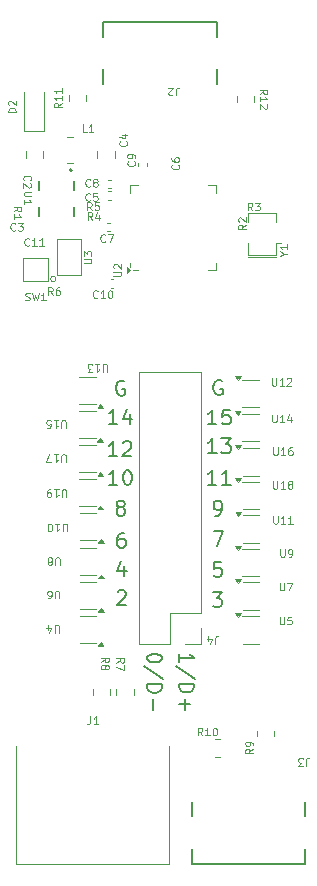
<source format=gbr>
%TF.GenerationSoftware,KiCad,Pcbnew,8.0.2*%
%TF.CreationDate,2024-05-20T21:07:15-07:00*%
%TF.ProjectId,snifferlyzer,736e6966-6665-4726-9c79-7a65722e6b69,rev?*%
%TF.SameCoordinates,Original*%
%TF.FileFunction,Legend,Top*%
%TF.FilePolarity,Positive*%
%FSLAX46Y46*%
G04 Gerber Fmt 4.6, Leading zero omitted, Abs format (unit mm)*
G04 Created by KiCad (PCBNEW 8.0.2) date 2024-05-20 21:07:15*
%MOMM*%
%LPD*%
G01*
G04 APERTURE LIST*
%ADD10C,0.200000*%
%ADD11C,0.100000*%
%ADD12C,0.120000*%
%ADD13C,0.127000*%
G04 APERTURE END LIST*
D10*
X206354949Y-136889623D02*
X207128758Y-136889623D01*
X207128758Y-136889623D02*
X206712092Y-137365814D01*
X206712092Y-137365814D02*
X206890663Y-137365814D01*
X206890663Y-137365814D02*
X207009711Y-137425338D01*
X207009711Y-137425338D02*
X207069235Y-137484861D01*
X207069235Y-137484861D02*
X207128758Y-137603909D01*
X207128758Y-137603909D02*
X207128758Y-137901528D01*
X207128758Y-137901528D02*
X207069235Y-138020576D01*
X207069235Y-138020576D02*
X207009711Y-138080100D01*
X207009711Y-138080100D02*
X206890663Y-138139623D01*
X206890663Y-138139623D02*
X206533520Y-138139623D01*
X206533520Y-138139623D02*
X206414473Y-138080100D01*
X206414473Y-138080100D02*
X206354949Y-138020576D01*
X198881711Y-134690090D02*
X198881711Y-135523423D01*
X198584092Y-134213900D02*
X198286473Y-135106757D01*
X198286473Y-135106757D02*
X199060282Y-135106757D01*
X206558920Y-130392623D02*
X206797016Y-130392623D01*
X206797016Y-130392623D02*
X206916063Y-130333100D01*
X206916063Y-130333100D02*
X206975587Y-130273576D01*
X206975587Y-130273576D02*
X207094635Y-130095004D01*
X207094635Y-130095004D02*
X207154158Y-129856909D01*
X207154158Y-129856909D02*
X207154158Y-129380719D01*
X207154158Y-129380719D02*
X207094635Y-129261671D01*
X207094635Y-129261671D02*
X207035111Y-129202147D01*
X207035111Y-129202147D02*
X206916063Y-129142623D01*
X206916063Y-129142623D02*
X206677968Y-129142623D01*
X206677968Y-129142623D02*
X206558920Y-129202147D01*
X206558920Y-129202147D02*
X206499397Y-129261671D01*
X206499397Y-129261671D02*
X206439873Y-129380719D01*
X206439873Y-129380719D02*
X206439873Y-129678338D01*
X206439873Y-129678338D02*
X206499397Y-129797385D01*
X206499397Y-129797385D02*
X206558920Y-129856909D01*
X206558920Y-129856909D02*
X206677968Y-129916433D01*
X206677968Y-129916433D02*
X206916063Y-129916433D01*
X206916063Y-129916433D02*
X207035111Y-129856909D01*
X207035111Y-129856909D02*
X207094635Y-129797385D01*
X207094635Y-129797385D02*
X207154158Y-129678338D01*
X198289558Y-122645623D02*
X197575273Y-122645623D01*
X197932416Y-122645623D02*
X197932416Y-121395623D01*
X197932416Y-121395623D02*
X197813368Y-121574195D01*
X197813368Y-121574195D02*
X197694320Y-121693242D01*
X197694320Y-121693242D02*
X197575273Y-121752766D01*
X199360987Y-121812290D02*
X199360987Y-122645623D01*
X199063368Y-121336100D02*
X198765749Y-122228957D01*
X198765749Y-122228957D02*
X199539558Y-122228957D01*
X198311873Y-136830871D02*
X198371397Y-136771347D01*
X198371397Y-136771347D02*
X198490444Y-136711823D01*
X198490444Y-136711823D02*
X198788063Y-136711823D01*
X198788063Y-136711823D02*
X198907111Y-136771347D01*
X198907111Y-136771347D02*
X198966635Y-136830871D01*
X198966635Y-136830871D02*
X199026158Y-136949919D01*
X199026158Y-136949919D02*
X199026158Y-137068966D01*
X199026158Y-137068966D02*
X198966635Y-137247538D01*
X198966635Y-137247538D02*
X198252349Y-137961823D01*
X198252349Y-137961823D02*
X199026158Y-137961823D01*
X207094635Y-134324223D02*
X206499397Y-134324223D01*
X206499397Y-134324223D02*
X206439873Y-134919461D01*
X206439873Y-134919461D02*
X206499397Y-134859938D01*
X206499397Y-134859938D02*
X206618444Y-134800414D01*
X206618444Y-134800414D02*
X206916063Y-134800414D01*
X206916063Y-134800414D02*
X207035111Y-134859938D01*
X207035111Y-134859938D02*
X207094635Y-134919461D01*
X207094635Y-134919461D02*
X207154158Y-135038509D01*
X207154158Y-135038509D02*
X207154158Y-135336128D01*
X207154158Y-135336128D02*
X207094635Y-135455176D01*
X207094635Y-135455176D02*
X207035111Y-135514700D01*
X207035111Y-135514700D02*
X206916063Y-135574223D01*
X206916063Y-135574223D02*
X206618444Y-135574223D01*
X206618444Y-135574223D02*
X206499397Y-135514700D01*
X206499397Y-135514700D02*
X206439873Y-135455176D01*
X207128758Y-118991347D02*
X207009711Y-118931823D01*
X207009711Y-118931823D02*
X206831139Y-118931823D01*
X206831139Y-118931823D02*
X206652568Y-118991347D01*
X206652568Y-118991347D02*
X206533520Y-119110395D01*
X206533520Y-119110395D02*
X206473997Y-119229442D01*
X206473997Y-119229442D02*
X206414473Y-119467538D01*
X206414473Y-119467538D02*
X206414473Y-119646109D01*
X206414473Y-119646109D02*
X206473997Y-119884204D01*
X206473997Y-119884204D02*
X206533520Y-120003252D01*
X206533520Y-120003252D02*
X206652568Y-120122300D01*
X206652568Y-120122300D02*
X206831139Y-120181823D01*
X206831139Y-120181823D02*
X206950187Y-120181823D01*
X206950187Y-120181823D02*
X207128758Y-120122300D01*
X207128758Y-120122300D02*
X207188282Y-120062776D01*
X207188282Y-120062776D02*
X207188282Y-119646109D01*
X207188282Y-119646109D02*
X206950187Y-119646109D01*
X206671558Y-122671023D02*
X205957273Y-122671023D01*
X206314416Y-122671023D02*
X206314416Y-121421023D01*
X206314416Y-121421023D02*
X206195368Y-121599595D01*
X206195368Y-121599595D02*
X206076320Y-121718642D01*
X206076320Y-121718642D02*
X205957273Y-121778166D01*
X207802511Y-121421023D02*
X207207273Y-121421023D01*
X207207273Y-121421023D02*
X207147749Y-122016261D01*
X207147749Y-122016261D02*
X207207273Y-121956738D01*
X207207273Y-121956738D02*
X207326320Y-121897214D01*
X207326320Y-121897214D02*
X207623939Y-121897214D01*
X207623939Y-121897214D02*
X207742987Y-121956738D01*
X207742987Y-121956738D02*
X207802511Y-122016261D01*
X207802511Y-122016261D02*
X207862034Y-122135309D01*
X207862034Y-122135309D02*
X207862034Y-122432928D01*
X207862034Y-122432928D02*
X207802511Y-122551976D01*
X207802511Y-122551976D02*
X207742987Y-122611500D01*
X207742987Y-122611500D02*
X207623939Y-122671023D01*
X207623939Y-122671023D02*
X207326320Y-122671023D01*
X207326320Y-122671023D02*
X207207273Y-122611500D01*
X207207273Y-122611500D02*
X207147749Y-122551976D01*
X203515776Y-142790558D02*
X203515776Y-142076273D01*
X203515776Y-142433416D02*
X204765776Y-142433416D01*
X204765776Y-142433416D02*
X204587204Y-142314368D01*
X204587204Y-142314368D02*
X204468157Y-142195320D01*
X204468157Y-142195320D02*
X204408633Y-142076273D01*
X204825300Y-144219130D02*
X203218157Y-143147701D01*
X203515776Y-144635797D02*
X204765776Y-144635797D01*
X204765776Y-144635797D02*
X204765776Y-144933416D01*
X204765776Y-144933416D02*
X204706252Y-145111987D01*
X204706252Y-145111987D02*
X204587204Y-145231035D01*
X204587204Y-145231035D02*
X204468157Y-145290558D01*
X204468157Y-145290558D02*
X204230061Y-145350082D01*
X204230061Y-145350082D02*
X204051490Y-145350082D01*
X204051490Y-145350082D02*
X203813395Y-145290558D01*
X203813395Y-145290558D02*
X203694347Y-145231035D01*
X203694347Y-145231035D02*
X203575300Y-145111987D01*
X203575300Y-145111987D02*
X203515776Y-144933416D01*
X203515776Y-144933416D02*
X203515776Y-144635797D01*
X203991966Y-145885797D02*
X203991966Y-146838178D01*
X203515776Y-146361987D02*
X204468157Y-146361987D01*
X206675500Y-125119291D02*
X205961215Y-125119291D01*
X206318358Y-125119291D02*
X206318358Y-123869291D01*
X206318358Y-123869291D02*
X206199310Y-124047863D01*
X206199310Y-124047863D02*
X206080262Y-124166910D01*
X206080262Y-124166910D02*
X205961215Y-124226434D01*
X207092167Y-123869291D02*
X207865976Y-123869291D01*
X207865976Y-123869291D02*
X207449310Y-124345482D01*
X207449310Y-124345482D02*
X207627881Y-124345482D01*
X207627881Y-124345482D02*
X207746929Y-124405006D01*
X207746929Y-124405006D02*
X207806453Y-124464529D01*
X207806453Y-124464529D02*
X207865976Y-124583577D01*
X207865976Y-124583577D02*
X207865976Y-124881196D01*
X207865976Y-124881196D02*
X207806453Y-125000244D01*
X207806453Y-125000244D02*
X207746929Y-125059768D01*
X207746929Y-125059768D02*
X207627881Y-125119291D01*
X207627881Y-125119291D02*
X207270738Y-125119291D01*
X207270738Y-125119291D02*
X207151691Y-125059768D01*
X207151691Y-125059768D02*
X207092167Y-125000244D01*
X198448368Y-129678338D02*
X198329320Y-129618814D01*
X198329320Y-129618814D02*
X198269797Y-129559290D01*
X198269797Y-129559290D02*
X198210273Y-129440242D01*
X198210273Y-129440242D02*
X198210273Y-129380719D01*
X198210273Y-129380719D02*
X198269797Y-129261671D01*
X198269797Y-129261671D02*
X198329320Y-129202147D01*
X198329320Y-129202147D02*
X198448368Y-129142623D01*
X198448368Y-129142623D02*
X198686463Y-129142623D01*
X198686463Y-129142623D02*
X198805511Y-129202147D01*
X198805511Y-129202147D02*
X198865035Y-129261671D01*
X198865035Y-129261671D02*
X198924558Y-129380719D01*
X198924558Y-129380719D02*
X198924558Y-129440242D01*
X198924558Y-129440242D02*
X198865035Y-129559290D01*
X198865035Y-129559290D02*
X198805511Y-129618814D01*
X198805511Y-129618814D02*
X198686463Y-129678338D01*
X198686463Y-129678338D02*
X198448368Y-129678338D01*
X198448368Y-129678338D02*
X198329320Y-129737861D01*
X198329320Y-129737861D02*
X198269797Y-129797385D01*
X198269797Y-129797385D02*
X198210273Y-129916433D01*
X198210273Y-129916433D02*
X198210273Y-130154528D01*
X198210273Y-130154528D02*
X198269797Y-130273576D01*
X198269797Y-130273576D02*
X198329320Y-130333100D01*
X198329320Y-130333100D02*
X198448368Y-130392623D01*
X198448368Y-130392623D02*
X198686463Y-130392623D01*
X198686463Y-130392623D02*
X198805511Y-130333100D01*
X198805511Y-130333100D02*
X198865035Y-130273576D01*
X198865035Y-130273576D02*
X198924558Y-130154528D01*
X198924558Y-130154528D02*
X198924558Y-129916433D01*
X198924558Y-129916433D02*
X198865035Y-129797385D01*
X198865035Y-129797385D02*
X198805511Y-129737861D01*
X198805511Y-129737861D02*
X198686463Y-129678338D01*
X198289558Y-127801823D02*
X197575273Y-127801823D01*
X197932416Y-127801823D02*
X197932416Y-126551823D01*
X197932416Y-126551823D02*
X197813368Y-126730395D01*
X197813368Y-126730395D02*
X197694320Y-126849442D01*
X197694320Y-126849442D02*
X197575273Y-126908966D01*
X199063368Y-126551823D02*
X199182415Y-126551823D01*
X199182415Y-126551823D02*
X199301463Y-126611347D01*
X199301463Y-126611347D02*
X199360987Y-126670871D01*
X199360987Y-126670871D02*
X199420511Y-126789919D01*
X199420511Y-126789919D02*
X199480034Y-127028014D01*
X199480034Y-127028014D02*
X199480034Y-127325633D01*
X199480034Y-127325633D02*
X199420511Y-127563728D01*
X199420511Y-127563728D02*
X199360987Y-127682776D01*
X199360987Y-127682776D02*
X199301463Y-127742300D01*
X199301463Y-127742300D02*
X199182415Y-127801823D01*
X199182415Y-127801823D02*
X199063368Y-127801823D01*
X199063368Y-127801823D02*
X198944320Y-127742300D01*
X198944320Y-127742300D02*
X198884796Y-127682776D01*
X198884796Y-127682776D02*
X198825273Y-127563728D01*
X198825273Y-127563728D02*
X198765749Y-127325633D01*
X198765749Y-127325633D02*
X198765749Y-127028014D01*
X198765749Y-127028014D02*
X198825273Y-126789919D01*
X198825273Y-126789919D02*
X198884796Y-126670871D01*
X198884796Y-126670871D02*
X198944320Y-126611347D01*
X198944320Y-126611347D02*
X199063368Y-126551823D01*
X198873758Y-119042147D02*
X198754711Y-118982623D01*
X198754711Y-118982623D02*
X198576139Y-118982623D01*
X198576139Y-118982623D02*
X198397568Y-119042147D01*
X198397568Y-119042147D02*
X198278520Y-119161195D01*
X198278520Y-119161195D02*
X198218997Y-119280242D01*
X198218997Y-119280242D02*
X198159473Y-119518338D01*
X198159473Y-119518338D02*
X198159473Y-119696909D01*
X198159473Y-119696909D02*
X198218997Y-119935004D01*
X198218997Y-119935004D02*
X198278520Y-120054052D01*
X198278520Y-120054052D02*
X198397568Y-120173100D01*
X198397568Y-120173100D02*
X198576139Y-120232623D01*
X198576139Y-120232623D02*
X198695187Y-120232623D01*
X198695187Y-120232623D02*
X198873758Y-120173100D01*
X198873758Y-120173100D02*
X198933282Y-120113576D01*
X198933282Y-120113576D02*
X198933282Y-119696909D01*
X198933282Y-119696909D02*
X198695187Y-119696909D01*
X198264158Y-125363423D02*
X197549873Y-125363423D01*
X197907016Y-125363423D02*
X197907016Y-124113423D01*
X197907016Y-124113423D02*
X197787968Y-124291995D01*
X197787968Y-124291995D02*
X197668920Y-124411042D01*
X197668920Y-124411042D02*
X197549873Y-124470566D01*
X198740349Y-124232471D02*
X198799873Y-124172947D01*
X198799873Y-124172947D02*
X198918920Y-124113423D01*
X198918920Y-124113423D02*
X199216539Y-124113423D01*
X199216539Y-124113423D02*
X199335587Y-124172947D01*
X199335587Y-124172947D02*
X199395111Y-124232471D01*
X199395111Y-124232471D02*
X199454634Y-124351519D01*
X199454634Y-124351519D02*
X199454634Y-124470566D01*
X199454634Y-124470566D02*
X199395111Y-124649138D01*
X199395111Y-124649138D02*
X198680825Y-125363423D01*
X198680825Y-125363423D02*
X199454634Y-125363423D01*
X206431149Y-131733423D02*
X207264482Y-131733423D01*
X207264482Y-131733423D02*
X206728768Y-132983423D01*
X198856311Y-131860423D02*
X198618216Y-131860423D01*
X198618216Y-131860423D02*
X198499168Y-131919947D01*
X198499168Y-131919947D02*
X198439644Y-131979471D01*
X198439644Y-131979471D02*
X198320597Y-132158042D01*
X198320597Y-132158042D02*
X198261073Y-132396138D01*
X198261073Y-132396138D02*
X198261073Y-132872328D01*
X198261073Y-132872328D02*
X198320597Y-132991376D01*
X198320597Y-132991376D02*
X198380120Y-133050900D01*
X198380120Y-133050900D02*
X198499168Y-133110423D01*
X198499168Y-133110423D02*
X198737263Y-133110423D01*
X198737263Y-133110423D02*
X198856311Y-133050900D01*
X198856311Y-133050900D02*
X198915835Y-132991376D01*
X198915835Y-132991376D02*
X198975358Y-132872328D01*
X198975358Y-132872328D02*
X198975358Y-132574709D01*
X198975358Y-132574709D02*
X198915835Y-132455661D01*
X198915835Y-132455661D02*
X198856311Y-132396138D01*
X198856311Y-132396138D02*
X198737263Y-132336614D01*
X198737263Y-132336614D02*
X198499168Y-132336614D01*
X198499168Y-132336614D02*
X198380120Y-132396138D01*
X198380120Y-132396138D02*
X198320597Y-132455661D01*
X198320597Y-132455661D02*
X198261073Y-132574709D01*
X206671558Y-127776423D02*
X205957273Y-127776423D01*
X206314416Y-127776423D02*
X206314416Y-126526423D01*
X206314416Y-126526423D02*
X206195368Y-126704995D01*
X206195368Y-126704995D02*
X206076320Y-126824042D01*
X206076320Y-126824042D02*
X205957273Y-126883566D01*
X207862034Y-127776423D02*
X207147749Y-127776423D01*
X207504892Y-127776423D02*
X207504892Y-126526423D01*
X207504892Y-126526423D02*
X207385844Y-126704995D01*
X207385844Y-126704995D02*
X207266796Y-126824042D01*
X207266796Y-126824042D02*
X207147749Y-126883566D01*
X202047976Y-142399292D02*
X202047976Y-142518339D01*
X202047976Y-142518339D02*
X201988452Y-142637387D01*
X201988452Y-142637387D02*
X201928928Y-142696911D01*
X201928928Y-142696911D02*
X201809880Y-142756435D01*
X201809880Y-142756435D02*
X201571785Y-142815958D01*
X201571785Y-142815958D02*
X201274166Y-142815958D01*
X201274166Y-142815958D02*
X201036071Y-142756435D01*
X201036071Y-142756435D02*
X200917023Y-142696911D01*
X200917023Y-142696911D02*
X200857500Y-142637387D01*
X200857500Y-142637387D02*
X200797976Y-142518339D01*
X200797976Y-142518339D02*
X200797976Y-142399292D01*
X200797976Y-142399292D02*
X200857500Y-142280244D01*
X200857500Y-142280244D02*
X200917023Y-142220720D01*
X200917023Y-142220720D02*
X201036071Y-142161197D01*
X201036071Y-142161197D02*
X201274166Y-142101673D01*
X201274166Y-142101673D02*
X201571785Y-142101673D01*
X201571785Y-142101673D02*
X201809880Y-142161197D01*
X201809880Y-142161197D02*
X201928928Y-142220720D01*
X201928928Y-142220720D02*
X201988452Y-142280244D01*
X201988452Y-142280244D02*
X202047976Y-142399292D01*
X202107500Y-144244530D02*
X200500357Y-143173101D01*
X200797976Y-144661197D02*
X202047976Y-144661197D01*
X202047976Y-144661197D02*
X202047976Y-144958816D01*
X202047976Y-144958816D02*
X201988452Y-145137387D01*
X201988452Y-145137387D02*
X201869404Y-145256435D01*
X201869404Y-145256435D02*
X201750357Y-145315958D01*
X201750357Y-145315958D02*
X201512261Y-145375482D01*
X201512261Y-145375482D02*
X201333690Y-145375482D01*
X201333690Y-145375482D02*
X201095595Y-145315958D01*
X201095595Y-145315958D02*
X200976547Y-145256435D01*
X200976547Y-145256435D02*
X200857500Y-145137387D01*
X200857500Y-145137387D02*
X200797976Y-144958816D01*
X200797976Y-144958816D02*
X200797976Y-144661197D01*
X201274166Y-145911197D02*
X201274166Y-146863578D01*
D11*
X193946362Y-128827697D02*
X193946362Y-128301507D01*
X193946362Y-128301507D02*
X193915409Y-128239602D01*
X193915409Y-128239602D02*
X193884457Y-128208650D01*
X193884457Y-128208650D02*
X193822552Y-128177697D01*
X193822552Y-128177697D02*
X193698743Y-128177697D01*
X193698743Y-128177697D02*
X193636838Y-128208650D01*
X193636838Y-128208650D02*
X193605885Y-128239602D01*
X193605885Y-128239602D02*
X193574933Y-128301507D01*
X193574933Y-128301507D02*
X193574933Y-128827697D01*
X192924933Y-128177697D02*
X193296362Y-128177697D01*
X193110648Y-128177697D02*
X193110648Y-128827697D01*
X193110648Y-128827697D02*
X193172552Y-128734840D01*
X193172552Y-128734840D02*
X193234457Y-128672935D01*
X193234457Y-128672935D02*
X193296362Y-128641983D01*
X192615409Y-128177697D02*
X192491600Y-128177697D01*
X192491600Y-128177697D02*
X192429695Y-128208650D01*
X192429695Y-128208650D02*
X192398743Y-128239602D01*
X192398743Y-128239602D02*
X192336838Y-128332459D01*
X192336838Y-128332459D02*
X192305885Y-128456269D01*
X192305885Y-128456269D02*
X192305885Y-128703888D01*
X192305885Y-128703888D02*
X192336838Y-128765792D01*
X192336838Y-128765792D02*
X192367790Y-128796745D01*
X192367790Y-128796745D02*
X192429695Y-128827697D01*
X192429695Y-128827697D02*
X192553504Y-128827697D01*
X192553504Y-128827697D02*
X192615409Y-128796745D01*
X192615409Y-128796745D02*
X192646362Y-128765792D01*
X192646362Y-128765792D02*
X192677314Y-128703888D01*
X192677314Y-128703888D02*
X192677314Y-128549126D01*
X192677314Y-128549126D02*
X192646362Y-128487221D01*
X192646362Y-128487221D02*
X192615409Y-128456269D01*
X192615409Y-128456269D02*
X192553504Y-128425316D01*
X192553504Y-128425316D02*
X192429695Y-128425316D01*
X192429695Y-128425316D02*
X192367790Y-128456269D01*
X192367790Y-128456269D02*
X192336838Y-128487221D01*
X192336838Y-128487221D02*
X192305885Y-128549126D01*
X193332038Y-140308497D02*
X193332038Y-139782307D01*
X193332038Y-139782307D02*
X193301085Y-139720402D01*
X193301085Y-139720402D02*
X193270133Y-139689450D01*
X193270133Y-139689450D02*
X193208228Y-139658497D01*
X193208228Y-139658497D02*
X193084419Y-139658497D01*
X193084419Y-139658497D02*
X193022514Y-139689450D01*
X193022514Y-139689450D02*
X192991561Y-139720402D01*
X192991561Y-139720402D02*
X192960609Y-139782307D01*
X192960609Y-139782307D02*
X192960609Y-140308497D01*
X192372514Y-140091830D02*
X192372514Y-139658497D01*
X192527276Y-140339450D02*
X192682038Y-139875164D01*
X192682038Y-139875164D02*
X192279657Y-139875164D01*
X212030961Y-136076402D02*
X212030961Y-136602592D01*
X212030961Y-136602592D02*
X212061914Y-136664497D01*
X212061914Y-136664497D02*
X212092866Y-136695450D01*
X212092866Y-136695450D02*
X212154771Y-136726402D01*
X212154771Y-136726402D02*
X212278580Y-136726402D01*
X212278580Y-136726402D02*
X212340485Y-136695450D01*
X212340485Y-136695450D02*
X212371438Y-136664497D01*
X212371438Y-136664497D02*
X212402390Y-136602592D01*
X212402390Y-136602592D02*
X212402390Y-136076402D01*
X212650009Y-136076402D02*
X213083342Y-136076402D01*
X213083342Y-136076402D02*
X212804771Y-136726402D01*
X211468237Y-124619302D02*
X211468237Y-125145492D01*
X211468237Y-125145492D02*
X211499190Y-125207397D01*
X211499190Y-125207397D02*
X211530142Y-125238350D01*
X211530142Y-125238350D02*
X211592047Y-125269302D01*
X211592047Y-125269302D02*
X211715856Y-125269302D01*
X211715856Y-125269302D02*
X211777761Y-125238350D01*
X211777761Y-125238350D02*
X211808714Y-125207397D01*
X211808714Y-125207397D02*
X211839666Y-125145492D01*
X211839666Y-125145492D02*
X211839666Y-124619302D01*
X212489666Y-125269302D02*
X212118237Y-125269302D01*
X212303951Y-125269302D02*
X212303951Y-124619302D01*
X212303951Y-124619302D02*
X212242047Y-124712159D01*
X212242047Y-124712159D02*
X212180142Y-124774064D01*
X212180142Y-124774064D02*
X212118237Y-124805016D01*
X213046809Y-124619302D02*
X212922999Y-124619302D01*
X212922999Y-124619302D02*
X212861095Y-124650254D01*
X212861095Y-124650254D02*
X212830142Y-124681207D01*
X212830142Y-124681207D02*
X212768237Y-124774064D01*
X212768237Y-124774064D02*
X212737285Y-124897873D01*
X212737285Y-124897873D02*
X212737285Y-125145492D01*
X212737285Y-125145492D02*
X212768237Y-125207397D01*
X212768237Y-125207397D02*
X212799190Y-125238350D01*
X212799190Y-125238350D02*
X212861095Y-125269302D01*
X212861095Y-125269302D02*
X212984904Y-125269302D01*
X212984904Y-125269302D02*
X213046809Y-125238350D01*
X213046809Y-125238350D02*
X213077761Y-125207397D01*
X213077761Y-125207397D02*
X213108714Y-125145492D01*
X213108714Y-125145492D02*
X213108714Y-124990730D01*
X213108714Y-124990730D02*
X213077761Y-124928826D01*
X213077761Y-124928826D02*
X213046809Y-124897873D01*
X213046809Y-124897873D02*
X212984904Y-124866921D01*
X212984904Y-124866921D02*
X212861095Y-124866921D01*
X212861095Y-124866921D02*
X212799190Y-124897873D01*
X212799190Y-124897873D02*
X212768237Y-124928826D01*
X212768237Y-124928826D02*
X212737285Y-124990730D01*
X190471533Y-112151550D02*
X190564390Y-112182502D01*
X190564390Y-112182502D02*
X190719152Y-112182502D01*
X190719152Y-112182502D02*
X190781057Y-112151550D01*
X190781057Y-112151550D02*
X190812009Y-112120597D01*
X190812009Y-112120597D02*
X190842962Y-112058692D01*
X190842962Y-112058692D02*
X190842962Y-111996788D01*
X190842962Y-111996788D02*
X190812009Y-111934883D01*
X190812009Y-111934883D02*
X190781057Y-111903930D01*
X190781057Y-111903930D02*
X190719152Y-111872978D01*
X190719152Y-111872978D02*
X190595343Y-111842026D01*
X190595343Y-111842026D02*
X190533438Y-111811073D01*
X190533438Y-111811073D02*
X190502485Y-111780121D01*
X190502485Y-111780121D02*
X190471533Y-111718216D01*
X190471533Y-111718216D02*
X190471533Y-111656311D01*
X190471533Y-111656311D02*
X190502485Y-111594407D01*
X190502485Y-111594407D02*
X190533438Y-111563454D01*
X190533438Y-111563454D02*
X190595343Y-111532502D01*
X190595343Y-111532502D02*
X190750104Y-111532502D01*
X190750104Y-111532502D02*
X190842962Y-111563454D01*
X191059629Y-111532502D02*
X191214391Y-112182502D01*
X191214391Y-112182502D02*
X191338200Y-111718216D01*
X191338200Y-111718216D02*
X191462010Y-112182502D01*
X191462010Y-112182502D02*
X191616772Y-111532502D01*
X192204867Y-112182502D02*
X191833438Y-112182502D01*
X192019152Y-112182502D02*
X192019152Y-111532502D01*
X192019152Y-111532502D02*
X191957248Y-111625359D01*
X191957248Y-111625359D02*
X191895343Y-111687264D01*
X191895343Y-111687264D02*
X191833438Y-111718216D01*
X198205497Y-142842866D02*
X198515021Y-142626199D01*
X198205497Y-142471437D02*
X198855497Y-142471437D01*
X198855497Y-142471437D02*
X198855497Y-142719056D01*
X198855497Y-142719056D02*
X198824545Y-142780961D01*
X198824545Y-142780961D02*
X198793592Y-142811914D01*
X198793592Y-142811914D02*
X198731688Y-142842866D01*
X198731688Y-142842866D02*
X198638830Y-142842866D01*
X198638830Y-142842866D02*
X198576926Y-142811914D01*
X198576926Y-142811914D02*
X198545973Y-142780961D01*
X198545973Y-142780961D02*
X198515021Y-142719056D01*
X198515021Y-142719056D02*
X198515021Y-142471437D01*
X198855497Y-143059533D02*
X198855497Y-143492866D01*
X198855497Y-143492866D02*
X198205497Y-143214295D01*
X195432702Y-109035638D02*
X195958892Y-109035638D01*
X195958892Y-109035638D02*
X196020797Y-109004685D01*
X196020797Y-109004685D02*
X196051750Y-108973733D01*
X196051750Y-108973733D02*
X196082702Y-108911828D01*
X196082702Y-108911828D02*
X196082702Y-108788019D01*
X196082702Y-108788019D02*
X196051750Y-108726114D01*
X196051750Y-108726114D02*
X196020797Y-108695161D01*
X196020797Y-108695161D02*
X195958892Y-108664209D01*
X195958892Y-108664209D02*
X195432702Y-108664209D01*
X195432702Y-108416590D02*
X195432702Y-108014209D01*
X195432702Y-108014209D02*
X195680321Y-108230876D01*
X195680321Y-108230876D02*
X195680321Y-108138019D01*
X195680321Y-108138019D02*
X195711273Y-108076114D01*
X195711273Y-108076114D02*
X195742226Y-108045162D01*
X195742226Y-108045162D02*
X195804130Y-108014209D01*
X195804130Y-108014209D02*
X195958892Y-108014209D01*
X195958892Y-108014209D02*
X196020797Y-108045162D01*
X196020797Y-108045162D02*
X196051750Y-108076114D01*
X196051750Y-108076114D02*
X196082702Y-108138019D01*
X196082702Y-108138019D02*
X196082702Y-108323733D01*
X196082702Y-108323733D02*
X196051750Y-108385638D01*
X196051750Y-108385638D02*
X196020797Y-108416590D01*
X211381837Y-121840302D02*
X211381837Y-122366492D01*
X211381837Y-122366492D02*
X211412790Y-122428397D01*
X211412790Y-122428397D02*
X211443742Y-122459350D01*
X211443742Y-122459350D02*
X211505647Y-122490302D01*
X211505647Y-122490302D02*
X211629456Y-122490302D01*
X211629456Y-122490302D02*
X211691361Y-122459350D01*
X211691361Y-122459350D02*
X211722314Y-122428397D01*
X211722314Y-122428397D02*
X211753266Y-122366492D01*
X211753266Y-122366492D02*
X211753266Y-121840302D01*
X212403266Y-122490302D02*
X212031837Y-122490302D01*
X212217551Y-122490302D02*
X212217551Y-121840302D01*
X212217551Y-121840302D02*
X212155647Y-121933159D01*
X212155647Y-121933159D02*
X212093742Y-121995064D01*
X212093742Y-121995064D02*
X212031837Y-122026016D01*
X212960409Y-122056969D02*
X212960409Y-122490302D01*
X212805647Y-121809350D02*
X212650885Y-122273635D01*
X212650885Y-122273635D02*
X213053266Y-122273635D01*
X193357438Y-137412897D02*
X193357438Y-136886707D01*
X193357438Y-136886707D02*
X193326485Y-136824802D01*
X193326485Y-136824802D02*
X193295533Y-136793850D01*
X193295533Y-136793850D02*
X193233628Y-136762897D01*
X193233628Y-136762897D02*
X193109819Y-136762897D01*
X193109819Y-136762897D02*
X193047914Y-136793850D01*
X193047914Y-136793850D02*
X193016961Y-136824802D01*
X193016961Y-136824802D02*
X192986009Y-136886707D01*
X192986009Y-136886707D02*
X192986009Y-137412897D01*
X192397914Y-137412897D02*
X192521724Y-137412897D01*
X192521724Y-137412897D02*
X192583628Y-137381945D01*
X192583628Y-137381945D02*
X192614581Y-137350992D01*
X192614581Y-137350992D02*
X192676486Y-137258135D01*
X192676486Y-137258135D02*
X192707438Y-137134326D01*
X192707438Y-137134326D02*
X192707438Y-136886707D01*
X192707438Y-136886707D02*
X192676486Y-136824802D01*
X192676486Y-136824802D02*
X192645533Y-136793850D01*
X192645533Y-136793850D02*
X192583628Y-136762897D01*
X192583628Y-136762897D02*
X192459819Y-136762897D01*
X192459819Y-136762897D02*
X192397914Y-136793850D01*
X192397914Y-136793850D02*
X192366962Y-136824802D01*
X192366962Y-136824802D02*
X192336009Y-136886707D01*
X192336009Y-136886707D02*
X192336009Y-137041469D01*
X192336009Y-137041469D02*
X192366962Y-137103373D01*
X192366962Y-137103373D02*
X192397914Y-137134326D01*
X192397914Y-137134326D02*
X192459819Y-137165278D01*
X192459819Y-137165278D02*
X192583628Y-137165278D01*
X192583628Y-137165278D02*
X192645533Y-137134326D01*
X192645533Y-137134326D02*
X192676486Y-137103373D01*
X192676486Y-137103373D02*
X192707438Y-137041469D01*
X195998333Y-147393002D02*
X195998333Y-147857288D01*
X195998333Y-147857288D02*
X195967380Y-147950145D01*
X195967380Y-147950145D02*
X195905476Y-148012050D01*
X195905476Y-148012050D02*
X195812618Y-148043002D01*
X195812618Y-148043002D02*
X195750714Y-148043002D01*
X196648333Y-148043002D02*
X196276904Y-148043002D01*
X196462618Y-148043002D02*
X196462618Y-147393002D01*
X196462618Y-147393002D02*
X196400714Y-147485859D01*
X196400714Y-147485859D02*
X196338809Y-147547764D01*
X196338809Y-147547764D02*
X196276904Y-147578716D01*
X190818742Y-107497797D02*
X190787790Y-107528750D01*
X190787790Y-107528750D02*
X190694932Y-107559702D01*
X190694932Y-107559702D02*
X190633028Y-107559702D01*
X190633028Y-107559702D02*
X190540171Y-107528750D01*
X190540171Y-107528750D02*
X190478266Y-107466845D01*
X190478266Y-107466845D02*
X190447313Y-107404940D01*
X190447313Y-107404940D02*
X190416361Y-107281130D01*
X190416361Y-107281130D02*
X190416361Y-107188273D01*
X190416361Y-107188273D02*
X190447313Y-107064464D01*
X190447313Y-107064464D02*
X190478266Y-107002559D01*
X190478266Y-107002559D02*
X190540171Y-106940654D01*
X190540171Y-106940654D02*
X190633028Y-106909702D01*
X190633028Y-106909702D02*
X190694932Y-106909702D01*
X190694932Y-106909702D02*
X190787790Y-106940654D01*
X190787790Y-106940654D02*
X190818742Y-106971607D01*
X191437790Y-107559702D02*
X191066361Y-107559702D01*
X191252075Y-107559702D02*
X191252075Y-106909702D01*
X191252075Y-106909702D02*
X191190171Y-107002559D01*
X191190171Y-107002559D02*
X191128266Y-107064464D01*
X191128266Y-107064464D02*
X191066361Y-107095416D01*
X192056838Y-107559702D02*
X191685409Y-107559702D01*
X191871123Y-107559702D02*
X191871123Y-106909702D01*
X191871123Y-106909702D02*
X191809219Y-107002559D01*
X191809219Y-107002559D02*
X191747314Y-107064464D01*
X191747314Y-107064464D02*
X191685409Y-107095416D01*
X196609942Y-111917397D02*
X196578990Y-111948350D01*
X196578990Y-111948350D02*
X196486132Y-111979302D01*
X196486132Y-111979302D02*
X196424228Y-111979302D01*
X196424228Y-111979302D02*
X196331371Y-111948350D01*
X196331371Y-111948350D02*
X196269466Y-111886445D01*
X196269466Y-111886445D02*
X196238513Y-111824540D01*
X196238513Y-111824540D02*
X196207561Y-111700730D01*
X196207561Y-111700730D02*
X196207561Y-111607873D01*
X196207561Y-111607873D02*
X196238513Y-111484064D01*
X196238513Y-111484064D02*
X196269466Y-111422159D01*
X196269466Y-111422159D02*
X196331371Y-111360254D01*
X196331371Y-111360254D02*
X196424228Y-111329302D01*
X196424228Y-111329302D02*
X196486132Y-111329302D01*
X196486132Y-111329302D02*
X196578990Y-111360254D01*
X196578990Y-111360254D02*
X196609942Y-111391207D01*
X197228990Y-111979302D02*
X196857561Y-111979302D01*
X197043275Y-111979302D02*
X197043275Y-111329302D01*
X197043275Y-111329302D02*
X196981371Y-111422159D01*
X196981371Y-111422159D02*
X196919466Y-111484064D01*
X196919466Y-111484064D02*
X196857561Y-111515016D01*
X197631371Y-111329302D02*
X197693276Y-111329302D01*
X197693276Y-111329302D02*
X197755180Y-111360254D01*
X197755180Y-111360254D02*
X197786133Y-111391207D01*
X197786133Y-111391207D02*
X197817085Y-111453111D01*
X197817085Y-111453111D02*
X197848038Y-111576921D01*
X197848038Y-111576921D02*
X197848038Y-111731683D01*
X197848038Y-111731683D02*
X197817085Y-111855492D01*
X197817085Y-111855492D02*
X197786133Y-111917397D01*
X197786133Y-111917397D02*
X197755180Y-111948350D01*
X197755180Y-111948350D02*
X197693276Y-111979302D01*
X197693276Y-111979302D02*
X197631371Y-111979302D01*
X197631371Y-111979302D02*
X197569466Y-111948350D01*
X197569466Y-111948350D02*
X197538514Y-111917397D01*
X197538514Y-111917397D02*
X197507561Y-111855492D01*
X197507561Y-111855492D02*
X197476609Y-111731683D01*
X197476609Y-111731683D02*
X197476609Y-111576921D01*
X197476609Y-111576921D02*
X197507561Y-111453111D01*
X197507561Y-111453111D02*
X197538514Y-111391207D01*
X197538514Y-111391207D02*
X197569466Y-111360254D01*
X197569466Y-111360254D02*
X197631371Y-111329302D01*
X191006897Y-102984361D02*
X190480707Y-102984361D01*
X190480707Y-102984361D02*
X190418802Y-103015314D01*
X190418802Y-103015314D02*
X190387850Y-103046266D01*
X190387850Y-103046266D02*
X190356897Y-103108171D01*
X190356897Y-103108171D02*
X190356897Y-103231980D01*
X190356897Y-103231980D02*
X190387850Y-103293885D01*
X190387850Y-103293885D02*
X190418802Y-103324838D01*
X190418802Y-103324838D02*
X190480707Y-103355790D01*
X190480707Y-103355790D02*
X191006897Y-103355790D01*
X190356897Y-104005790D02*
X190356897Y-103634361D01*
X190356897Y-103820075D02*
X191006897Y-103820075D01*
X191006897Y-103820075D02*
X190914040Y-103758171D01*
X190914040Y-103758171D02*
X190852135Y-103696266D01*
X190852135Y-103696266D02*
X190821183Y-103634361D01*
X212355378Y-108217223D02*
X212664902Y-108217223D01*
X212014902Y-108433890D02*
X212355378Y-108217223D01*
X212355378Y-108217223D02*
X212014902Y-108000556D01*
X212664902Y-107443413D02*
X212664902Y-107814842D01*
X212664902Y-107629128D02*
X212014902Y-107629128D01*
X212014902Y-107629128D02*
X212107759Y-107691032D01*
X212107759Y-107691032D02*
X212169664Y-107752937D01*
X212169664Y-107752937D02*
X212200616Y-107814842D01*
X193895562Y-122960297D02*
X193895562Y-122434107D01*
X193895562Y-122434107D02*
X193864609Y-122372202D01*
X193864609Y-122372202D02*
X193833657Y-122341250D01*
X193833657Y-122341250D02*
X193771752Y-122310297D01*
X193771752Y-122310297D02*
X193647943Y-122310297D01*
X193647943Y-122310297D02*
X193586038Y-122341250D01*
X193586038Y-122341250D02*
X193555085Y-122372202D01*
X193555085Y-122372202D02*
X193524133Y-122434107D01*
X193524133Y-122434107D02*
X193524133Y-122960297D01*
X192874133Y-122310297D02*
X193245562Y-122310297D01*
X193059848Y-122310297D02*
X193059848Y-122960297D01*
X193059848Y-122960297D02*
X193121752Y-122867440D01*
X193121752Y-122867440D02*
X193183657Y-122805535D01*
X193183657Y-122805535D02*
X193245562Y-122774583D01*
X192286038Y-122960297D02*
X192595562Y-122960297D01*
X192595562Y-122960297D02*
X192626514Y-122650773D01*
X192626514Y-122650773D02*
X192595562Y-122681726D01*
X192595562Y-122681726D02*
X192533657Y-122712678D01*
X192533657Y-122712678D02*
X192378895Y-122712678D01*
X192378895Y-122712678D02*
X192316990Y-122681726D01*
X192316990Y-122681726D02*
X192286038Y-122650773D01*
X192286038Y-122650773D02*
X192255085Y-122588869D01*
X192255085Y-122588869D02*
X192255085Y-122434107D01*
X192255085Y-122434107D02*
X192286038Y-122372202D01*
X192286038Y-122372202D02*
X192316990Y-122341250D01*
X192316990Y-122341250D02*
X192378895Y-122310297D01*
X192378895Y-122310297D02*
X192533657Y-122310297D01*
X192533657Y-122310297D02*
X192595562Y-122341250D01*
X192595562Y-122341250D02*
X192626514Y-122372202D01*
X209769302Y-150146133D02*
X209459778Y-150362800D01*
X209769302Y-150517562D02*
X209119302Y-150517562D01*
X209119302Y-150517562D02*
X209119302Y-150269943D01*
X209119302Y-150269943D02*
X209150254Y-150208038D01*
X209150254Y-150208038D02*
X209181207Y-150177085D01*
X209181207Y-150177085D02*
X209243111Y-150146133D01*
X209243111Y-150146133D02*
X209335969Y-150146133D01*
X209335969Y-150146133D02*
X209397873Y-150177085D01*
X209397873Y-150177085D02*
X209428826Y-150208038D01*
X209428826Y-150208038D02*
X209459778Y-150269943D01*
X209459778Y-150269943D02*
X209459778Y-150517562D01*
X209769302Y-149836609D02*
X209769302Y-149712800D01*
X209769302Y-149712800D02*
X209738350Y-149650895D01*
X209738350Y-149650895D02*
X209707397Y-149619943D01*
X209707397Y-149619943D02*
X209614540Y-149558038D01*
X209614540Y-149558038D02*
X209490730Y-149527085D01*
X209490730Y-149527085D02*
X209243111Y-149527085D01*
X209243111Y-149527085D02*
X209181207Y-149558038D01*
X209181207Y-149558038D02*
X209150254Y-149588990D01*
X209150254Y-149588990D02*
X209119302Y-149650895D01*
X209119302Y-149650895D02*
X209119302Y-149774704D01*
X209119302Y-149774704D02*
X209150254Y-149836609D01*
X209150254Y-149836609D02*
X209181207Y-149867562D01*
X209181207Y-149867562D02*
X209243111Y-149898514D01*
X209243111Y-149898514D02*
X209397873Y-149898514D01*
X209397873Y-149898514D02*
X209459778Y-149867562D01*
X209459778Y-149867562D02*
X209490730Y-149836609D01*
X209490730Y-149836609D02*
X209521683Y-149774704D01*
X209521683Y-149774704D02*
X209521683Y-149650895D01*
X209521683Y-149650895D02*
X209490730Y-149588990D01*
X209490730Y-149588990D02*
X209459778Y-149558038D01*
X209459778Y-149558038D02*
X209397873Y-149527085D01*
X197249666Y-107167597D02*
X197218714Y-107198550D01*
X197218714Y-107198550D02*
X197125856Y-107229502D01*
X197125856Y-107229502D02*
X197063952Y-107229502D01*
X197063952Y-107229502D02*
X196971095Y-107198550D01*
X196971095Y-107198550D02*
X196909190Y-107136645D01*
X196909190Y-107136645D02*
X196878237Y-107074740D01*
X196878237Y-107074740D02*
X196847285Y-106950930D01*
X196847285Y-106950930D02*
X196847285Y-106858073D01*
X196847285Y-106858073D02*
X196878237Y-106734264D01*
X196878237Y-106734264D02*
X196909190Y-106672359D01*
X196909190Y-106672359D02*
X196971095Y-106610454D01*
X196971095Y-106610454D02*
X197063952Y-106579502D01*
X197063952Y-106579502D02*
X197125856Y-106579502D01*
X197125856Y-106579502D02*
X197218714Y-106610454D01*
X197218714Y-106610454D02*
X197249666Y-106641407D01*
X197466333Y-106579502D02*
X197899666Y-106579502D01*
X197899666Y-106579502D02*
X197621095Y-107229502D01*
X196106666Y-104537102D02*
X195889999Y-104227578D01*
X195735237Y-104537102D02*
X195735237Y-103887102D01*
X195735237Y-103887102D02*
X195982856Y-103887102D01*
X195982856Y-103887102D02*
X196044761Y-103918054D01*
X196044761Y-103918054D02*
X196075714Y-103949007D01*
X196075714Y-103949007D02*
X196106666Y-104010911D01*
X196106666Y-104010911D02*
X196106666Y-104103769D01*
X196106666Y-104103769D02*
X196075714Y-104165673D01*
X196075714Y-104165673D02*
X196044761Y-104196626D01*
X196044761Y-104196626D02*
X195982856Y-104227578D01*
X195982856Y-104227578D02*
X195735237Y-104227578D01*
X196694761Y-103887102D02*
X196385237Y-103887102D01*
X196385237Y-103887102D02*
X196354285Y-104196626D01*
X196354285Y-104196626D02*
X196385237Y-104165673D01*
X196385237Y-104165673D02*
X196447142Y-104134721D01*
X196447142Y-104134721D02*
X196601904Y-104134721D01*
X196601904Y-104134721D02*
X196663809Y-104165673D01*
X196663809Y-104165673D02*
X196694761Y-104196626D01*
X196694761Y-104196626D02*
X196725714Y-104258530D01*
X196725714Y-104258530D02*
X196725714Y-104413292D01*
X196725714Y-104413292D02*
X196694761Y-104475197D01*
X196694761Y-104475197D02*
X196663809Y-104506150D01*
X196663809Y-104506150D02*
X196601904Y-104537102D01*
X196601904Y-104537102D02*
X196447142Y-104537102D01*
X196447142Y-104537102D02*
X196385237Y-104506150D01*
X196385237Y-104506150D02*
X196354285Y-104475197D01*
X196884697Y-142792066D02*
X197194221Y-142575399D01*
X196884697Y-142420637D02*
X197534697Y-142420637D01*
X197534697Y-142420637D02*
X197534697Y-142668256D01*
X197534697Y-142668256D02*
X197503745Y-142730161D01*
X197503745Y-142730161D02*
X197472792Y-142761114D01*
X197472792Y-142761114D02*
X197410888Y-142792066D01*
X197410888Y-142792066D02*
X197318030Y-142792066D01*
X197318030Y-142792066D02*
X197256126Y-142761114D01*
X197256126Y-142761114D02*
X197225173Y-142730161D01*
X197225173Y-142730161D02*
X197194221Y-142668256D01*
X197194221Y-142668256D02*
X197194221Y-142420637D01*
X197256126Y-143163495D02*
X197287078Y-143101590D01*
X197287078Y-143101590D02*
X197318030Y-143070637D01*
X197318030Y-143070637D02*
X197379935Y-143039685D01*
X197379935Y-143039685D02*
X197410888Y-143039685D01*
X197410888Y-143039685D02*
X197472792Y-143070637D01*
X197472792Y-143070637D02*
X197503745Y-143101590D01*
X197503745Y-143101590D02*
X197534697Y-143163495D01*
X197534697Y-143163495D02*
X197534697Y-143287304D01*
X197534697Y-143287304D02*
X197503745Y-143349209D01*
X197503745Y-143349209D02*
X197472792Y-143380161D01*
X197472792Y-143380161D02*
X197410888Y-143411114D01*
X197410888Y-143411114D02*
X197379935Y-143411114D01*
X197379935Y-143411114D02*
X197318030Y-143380161D01*
X197318030Y-143380161D02*
X197287078Y-143349209D01*
X197287078Y-143349209D02*
X197256126Y-143287304D01*
X197256126Y-143287304D02*
X197256126Y-143163495D01*
X197256126Y-143163495D02*
X197225173Y-143101590D01*
X197225173Y-143101590D02*
X197194221Y-143070637D01*
X197194221Y-143070637D02*
X197132316Y-143039685D01*
X197132316Y-143039685D02*
X197008507Y-143039685D01*
X197008507Y-143039685D02*
X196946602Y-143070637D01*
X196946602Y-143070637D02*
X196915650Y-143101590D01*
X196915650Y-143101590D02*
X196884697Y-143163495D01*
X196884697Y-143163495D02*
X196884697Y-143287304D01*
X196884697Y-143287304D02*
X196915650Y-143349209D01*
X196915650Y-143349209D02*
X196946602Y-143380161D01*
X196946602Y-143380161D02*
X197008507Y-143411114D01*
X197008507Y-143411114D02*
X197132316Y-143411114D01*
X197132316Y-143411114D02*
X197194221Y-143380161D01*
X197194221Y-143380161D02*
X197225173Y-143349209D01*
X197225173Y-143349209D02*
X197256126Y-143287304D01*
X193920962Y-125855897D02*
X193920962Y-125329707D01*
X193920962Y-125329707D02*
X193890009Y-125267802D01*
X193890009Y-125267802D02*
X193859057Y-125236850D01*
X193859057Y-125236850D02*
X193797152Y-125205897D01*
X193797152Y-125205897D02*
X193673343Y-125205897D01*
X193673343Y-125205897D02*
X193611438Y-125236850D01*
X193611438Y-125236850D02*
X193580485Y-125267802D01*
X193580485Y-125267802D02*
X193549533Y-125329707D01*
X193549533Y-125329707D02*
X193549533Y-125855897D01*
X192899533Y-125205897D02*
X193270962Y-125205897D01*
X193085248Y-125205897D02*
X193085248Y-125855897D01*
X193085248Y-125855897D02*
X193147152Y-125763040D01*
X193147152Y-125763040D02*
X193209057Y-125701135D01*
X193209057Y-125701135D02*
X193270962Y-125670183D01*
X192682866Y-125855897D02*
X192249533Y-125855897D01*
X192249533Y-125855897D02*
X192528104Y-125205897D01*
X195979666Y-102493997D02*
X195948714Y-102524950D01*
X195948714Y-102524950D02*
X195855856Y-102555902D01*
X195855856Y-102555902D02*
X195793952Y-102555902D01*
X195793952Y-102555902D02*
X195701095Y-102524950D01*
X195701095Y-102524950D02*
X195639190Y-102463045D01*
X195639190Y-102463045D02*
X195608237Y-102401140D01*
X195608237Y-102401140D02*
X195577285Y-102277330D01*
X195577285Y-102277330D02*
X195577285Y-102184473D01*
X195577285Y-102184473D02*
X195608237Y-102060664D01*
X195608237Y-102060664D02*
X195639190Y-101998759D01*
X195639190Y-101998759D02*
X195701095Y-101936854D01*
X195701095Y-101936854D02*
X195793952Y-101905902D01*
X195793952Y-101905902D02*
X195855856Y-101905902D01*
X195855856Y-101905902D02*
X195948714Y-101936854D01*
X195948714Y-101936854D02*
X195979666Y-101967807D01*
X196351095Y-102184473D02*
X196289190Y-102153521D01*
X196289190Y-102153521D02*
X196258237Y-102122569D01*
X196258237Y-102122569D02*
X196227285Y-102060664D01*
X196227285Y-102060664D02*
X196227285Y-102029711D01*
X196227285Y-102029711D02*
X196258237Y-101967807D01*
X196258237Y-101967807D02*
X196289190Y-101936854D01*
X196289190Y-101936854D02*
X196351095Y-101905902D01*
X196351095Y-101905902D02*
X196474904Y-101905902D01*
X196474904Y-101905902D02*
X196536809Y-101936854D01*
X196536809Y-101936854D02*
X196567761Y-101967807D01*
X196567761Y-101967807D02*
X196598714Y-102029711D01*
X196598714Y-102029711D02*
X196598714Y-102060664D01*
X196598714Y-102060664D02*
X196567761Y-102122569D01*
X196567761Y-102122569D02*
X196536809Y-102153521D01*
X196536809Y-102153521D02*
X196474904Y-102184473D01*
X196474904Y-102184473D02*
X196351095Y-102184473D01*
X196351095Y-102184473D02*
X196289190Y-102215426D01*
X196289190Y-102215426D02*
X196258237Y-102246378D01*
X196258237Y-102246378D02*
X196227285Y-102308283D01*
X196227285Y-102308283D02*
X196227285Y-102432092D01*
X196227285Y-102432092D02*
X196258237Y-102493997D01*
X196258237Y-102493997D02*
X196289190Y-102524950D01*
X196289190Y-102524950D02*
X196351095Y-102555902D01*
X196351095Y-102555902D02*
X196474904Y-102555902D01*
X196474904Y-102555902D02*
X196536809Y-102524950D01*
X196536809Y-102524950D02*
X196567761Y-102493997D01*
X196567761Y-102493997D02*
X196598714Y-102432092D01*
X196598714Y-102432092D02*
X196598714Y-102308283D01*
X196598714Y-102308283D02*
X196567761Y-102246378D01*
X196567761Y-102246378D02*
X196536809Y-102215426D01*
X196536809Y-102215426D02*
X196474904Y-102184473D01*
X195674866Y-97933102D02*
X195365342Y-97933102D01*
X195365342Y-97933102D02*
X195365342Y-97283102D01*
X196232009Y-97933102D02*
X195860580Y-97933102D01*
X196046294Y-97933102D02*
X196046294Y-97283102D01*
X196046294Y-97283102D02*
X195984390Y-97375959D01*
X195984390Y-97375959D02*
X195922485Y-97437864D01*
X195922485Y-97437864D02*
X195860580Y-97468816D01*
X192804666Y-111725302D02*
X192587999Y-111415778D01*
X192433237Y-111725302D02*
X192433237Y-111075302D01*
X192433237Y-111075302D02*
X192680856Y-111075302D01*
X192680856Y-111075302D02*
X192742761Y-111106254D01*
X192742761Y-111106254D02*
X192773714Y-111137207D01*
X192773714Y-111137207D02*
X192804666Y-111199111D01*
X192804666Y-111199111D02*
X192804666Y-111291969D01*
X192804666Y-111291969D02*
X192773714Y-111353873D01*
X192773714Y-111353873D02*
X192742761Y-111384826D01*
X192742761Y-111384826D02*
X192680856Y-111415778D01*
X192680856Y-111415778D02*
X192433237Y-111415778D01*
X193361809Y-111075302D02*
X193237999Y-111075302D01*
X193237999Y-111075302D02*
X193176095Y-111106254D01*
X193176095Y-111106254D02*
X193145142Y-111137207D01*
X193145142Y-111137207D02*
X193083237Y-111230064D01*
X193083237Y-111230064D02*
X193052285Y-111353873D01*
X193052285Y-111353873D02*
X193052285Y-111601492D01*
X193052285Y-111601492D02*
X193083237Y-111663397D01*
X193083237Y-111663397D02*
X193114190Y-111694350D01*
X193114190Y-111694350D02*
X193176095Y-111725302D01*
X193176095Y-111725302D02*
X193299904Y-111725302D01*
X193299904Y-111725302D02*
X193361809Y-111694350D01*
X193361809Y-111694350D02*
X193392761Y-111663397D01*
X193392761Y-111663397D02*
X193423714Y-111601492D01*
X193423714Y-111601492D02*
X193423714Y-111446730D01*
X193423714Y-111446730D02*
X193392761Y-111384826D01*
X193392761Y-111384826D02*
X193361809Y-111353873D01*
X193361809Y-111353873D02*
X193299904Y-111322921D01*
X193299904Y-111322921D02*
X193176095Y-111322921D01*
X193176095Y-111322921D02*
X193114190Y-111353873D01*
X193114190Y-111353873D02*
X193083237Y-111384826D01*
X193083237Y-111384826D02*
X193052285Y-111446730D01*
X194022562Y-131723297D02*
X194022562Y-131197107D01*
X194022562Y-131197107D02*
X193991609Y-131135202D01*
X193991609Y-131135202D02*
X193960657Y-131104250D01*
X193960657Y-131104250D02*
X193898752Y-131073297D01*
X193898752Y-131073297D02*
X193774943Y-131073297D01*
X193774943Y-131073297D02*
X193713038Y-131104250D01*
X193713038Y-131104250D02*
X193682085Y-131135202D01*
X193682085Y-131135202D02*
X193651133Y-131197107D01*
X193651133Y-131197107D02*
X193651133Y-131723297D01*
X193001133Y-131073297D02*
X193372562Y-131073297D01*
X193186848Y-131073297D02*
X193186848Y-131723297D01*
X193186848Y-131723297D02*
X193248752Y-131630440D01*
X193248752Y-131630440D02*
X193310657Y-131568535D01*
X193310657Y-131568535D02*
X193372562Y-131537583D01*
X192598752Y-131723297D02*
X192536847Y-131723297D01*
X192536847Y-131723297D02*
X192474943Y-131692345D01*
X192474943Y-131692345D02*
X192443990Y-131661392D01*
X192443990Y-131661392D02*
X192413038Y-131599488D01*
X192413038Y-131599488D02*
X192382085Y-131475678D01*
X192382085Y-131475678D02*
X192382085Y-131320916D01*
X192382085Y-131320916D02*
X192413038Y-131197107D01*
X192413038Y-131197107D02*
X192443990Y-131135202D01*
X192443990Y-131135202D02*
X192474943Y-131104250D01*
X192474943Y-131104250D02*
X192536847Y-131073297D01*
X192536847Y-131073297D02*
X192598752Y-131073297D01*
X192598752Y-131073297D02*
X192660657Y-131104250D01*
X192660657Y-131104250D02*
X192691609Y-131135202D01*
X192691609Y-131135202D02*
X192722562Y-131197107D01*
X192722562Y-131197107D02*
X192753514Y-131320916D01*
X192753514Y-131320916D02*
X192753514Y-131475678D01*
X192753514Y-131475678D02*
X192722562Y-131599488D01*
X192722562Y-131599488D02*
X192691609Y-131661392D01*
X192691609Y-131661392D02*
X192660657Y-131692345D01*
X192660657Y-131692345D02*
X192598752Y-131723297D01*
X193408238Y-134568097D02*
X193408238Y-134041907D01*
X193408238Y-134041907D02*
X193377285Y-133980002D01*
X193377285Y-133980002D02*
X193346333Y-133949050D01*
X193346333Y-133949050D02*
X193284428Y-133918097D01*
X193284428Y-133918097D02*
X193160619Y-133918097D01*
X193160619Y-133918097D02*
X193098714Y-133949050D01*
X193098714Y-133949050D02*
X193067761Y-133980002D01*
X193067761Y-133980002D02*
X193036809Y-134041907D01*
X193036809Y-134041907D02*
X193036809Y-134568097D01*
X192634428Y-134289526D02*
X192696333Y-134320478D01*
X192696333Y-134320478D02*
X192727286Y-134351430D01*
X192727286Y-134351430D02*
X192758238Y-134413335D01*
X192758238Y-134413335D02*
X192758238Y-134444288D01*
X192758238Y-134444288D02*
X192727286Y-134506192D01*
X192727286Y-134506192D02*
X192696333Y-134537145D01*
X192696333Y-134537145D02*
X192634428Y-134568097D01*
X192634428Y-134568097D02*
X192510619Y-134568097D01*
X192510619Y-134568097D02*
X192448714Y-134537145D01*
X192448714Y-134537145D02*
X192417762Y-134506192D01*
X192417762Y-134506192D02*
X192386809Y-134444288D01*
X192386809Y-134444288D02*
X192386809Y-134413335D01*
X192386809Y-134413335D02*
X192417762Y-134351430D01*
X192417762Y-134351430D02*
X192448714Y-134320478D01*
X192448714Y-134320478D02*
X192510619Y-134289526D01*
X192510619Y-134289526D02*
X192634428Y-134289526D01*
X192634428Y-134289526D02*
X192696333Y-134258573D01*
X192696333Y-134258573D02*
X192727286Y-134227621D01*
X192727286Y-134227621D02*
X192758238Y-134165716D01*
X192758238Y-134165716D02*
X192758238Y-134041907D01*
X192758238Y-134041907D02*
X192727286Y-133980002D01*
X192727286Y-133980002D02*
X192696333Y-133949050D01*
X192696333Y-133949050D02*
X192634428Y-133918097D01*
X192634428Y-133918097D02*
X192510619Y-133918097D01*
X192510619Y-133918097D02*
X192448714Y-133949050D01*
X192448714Y-133949050D02*
X192417762Y-133980002D01*
X192417762Y-133980002D02*
X192386809Y-134041907D01*
X192386809Y-134041907D02*
X192386809Y-134165716D01*
X192386809Y-134165716D02*
X192417762Y-134227621D01*
X192417762Y-134227621D02*
X192448714Y-134258573D01*
X192448714Y-134258573D02*
X192510619Y-134289526D01*
X212072361Y-133244902D02*
X212072361Y-133771092D01*
X212072361Y-133771092D02*
X212103314Y-133832997D01*
X212103314Y-133832997D02*
X212134266Y-133863950D01*
X212134266Y-133863950D02*
X212196171Y-133894902D01*
X212196171Y-133894902D02*
X212319980Y-133894902D01*
X212319980Y-133894902D02*
X212381885Y-133863950D01*
X212381885Y-133863950D02*
X212412838Y-133832997D01*
X212412838Y-133832997D02*
X212443790Y-133771092D01*
X212443790Y-133771092D02*
X212443790Y-133244902D01*
X212784266Y-133894902D02*
X212908075Y-133894902D01*
X212908075Y-133894902D02*
X212969980Y-133863950D01*
X212969980Y-133863950D02*
X213000932Y-133832997D01*
X213000932Y-133832997D02*
X213062837Y-133740140D01*
X213062837Y-133740140D02*
X213093790Y-133616330D01*
X213093790Y-133616330D02*
X213093790Y-133368711D01*
X213093790Y-133368711D02*
X213062837Y-133306807D01*
X213062837Y-133306807D02*
X213031885Y-133275854D01*
X213031885Y-133275854D02*
X212969980Y-133244902D01*
X212969980Y-133244902D02*
X212846171Y-133244902D01*
X212846171Y-133244902D02*
X212784266Y-133275854D01*
X212784266Y-133275854D02*
X212753313Y-133306807D01*
X212753313Y-133306807D02*
X212722361Y-133368711D01*
X212722361Y-133368711D02*
X212722361Y-133523473D01*
X212722361Y-133523473D02*
X212753313Y-133585378D01*
X212753313Y-133585378D02*
X212784266Y-133616330D01*
X212784266Y-133616330D02*
X212846171Y-133647283D01*
X212846171Y-133647283D02*
X212969980Y-133647283D01*
X212969980Y-133647283D02*
X213031885Y-133616330D01*
X213031885Y-133616330D02*
X213062837Y-133585378D01*
X213062837Y-133585378D02*
X213093790Y-133523473D01*
X195979666Y-103687797D02*
X195948714Y-103718750D01*
X195948714Y-103718750D02*
X195855856Y-103749702D01*
X195855856Y-103749702D02*
X195793952Y-103749702D01*
X195793952Y-103749702D02*
X195701095Y-103718750D01*
X195701095Y-103718750D02*
X195639190Y-103656845D01*
X195639190Y-103656845D02*
X195608237Y-103594940D01*
X195608237Y-103594940D02*
X195577285Y-103471130D01*
X195577285Y-103471130D02*
X195577285Y-103378273D01*
X195577285Y-103378273D02*
X195608237Y-103254464D01*
X195608237Y-103254464D02*
X195639190Y-103192559D01*
X195639190Y-103192559D02*
X195701095Y-103130654D01*
X195701095Y-103130654D02*
X195793952Y-103099702D01*
X195793952Y-103099702D02*
X195855856Y-103099702D01*
X195855856Y-103099702D02*
X195948714Y-103130654D01*
X195948714Y-103130654D02*
X195979666Y-103161607D01*
X196567761Y-103099702D02*
X196258237Y-103099702D01*
X196258237Y-103099702D02*
X196227285Y-103409226D01*
X196227285Y-103409226D02*
X196258237Y-103378273D01*
X196258237Y-103378273D02*
X196320142Y-103347321D01*
X196320142Y-103347321D02*
X196474904Y-103347321D01*
X196474904Y-103347321D02*
X196536809Y-103378273D01*
X196536809Y-103378273D02*
X196567761Y-103409226D01*
X196567761Y-103409226D02*
X196598714Y-103471130D01*
X196598714Y-103471130D02*
X196598714Y-103625892D01*
X196598714Y-103625892D02*
X196567761Y-103687797D01*
X196567761Y-103687797D02*
X196536809Y-103718750D01*
X196536809Y-103718750D02*
X196474904Y-103749702D01*
X196474904Y-103749702D02*
X196320142Y-103749702D01*
X196320142Y-103749702D02*
X196258237Y-103718750D01*
X196258237Y-103718750D02*
X196227285Y-103687797D01*
X197943302Y-110121638D02*
X198469492Y-110121638D01*
X198469492Y-110121638D02*
X198531397Y-110090685D01*
X198531397Y-110090685D02*
X198562350Y-110059733D01*
X198562350Y-110059733D02*
X198593302Y-109997828D01*
X198593302Y-109997828D02*
X198593302Y-109874019D01*
X198593302Y-109874019D02*
X198562350Y-109812114D01*
X198562350Y-109812114D02*
X198531397Y-109781161D01*
X198531397Y-109781161D02*
X198469492Y-109750209D01*
X198469492Y-109750209D02*
X197943302Y-109750209D01*
X198005207Y-109471638D02*
X197974254Y-109440686D01*
X197974254Y-109440686D02*
X197943302Y-109378781D01*
X197943302Y-109378781D02*
X197943302Y-109224019D01*
X197943302Y-109224019D02*
X197974254Y-109162114D01*
X197974254Y-109162114D02*
X198005207Y-109131162D01*
X198005207Y-109131162D02*
X198067111Y-109100209D01*
X198067111Y-109100209D02*
X198129016Y-109100209D01*
X198129016Y-109100209D02*
X198221873Y-109131162D01*
X198221873Y-109131162D02*
X198593302Y-109502590D01*
X198593302Y-109502590D02*
X198593302Y-109100209D01*
X199039397Y-98711133D02*
X199070350Y-98742085D01*
X199070350Y-98742085D02*
X199101302Y-98834943D01*
X199101302Y-98834943D02*
X199101302Y-98896847D01*
X199101302Y-98896847D02*
X199070350Y-98989704D01*
X199070350Y-98989704D02*
X199008445Y-99051609D01*
X199008445Y-99051609D02*
X198946540Y-99082562D01*
X198946540Y-99082562D02*
X198822730Y-99113514D01*
X198822730Y-99113514D02*
X198729873Y-99113514D01*
X198729873Y-99113514D02*
X198606064Y-99082562D01*
X198606064Y-99082562D02*
X198544159Y-99051609D01*
X198544159Y-99051609D02*
X198482254Y-98989704D01*
X198482254Y-98989704D02*
X198451302Y-98896847D01*
X198451302Y-98896847D02*
X198451302Y-98834943D01*
X198451302Y-98834943D02*
X198482254Y-98742085D01*
X198482254Y-98742085D02*
X198513207Y-98711133D01*
X198667969Y-98153990D02*
X199101302Y-98153990D01*
X198420350Y-98308752D02*
X198884635Y-98463514D01*
X198884635Y-98463514D02*
X198884635Y-98061133D01*
X212026561Y-138964502D02*
X212026561Y-139490692D01*
X212026561Y-139490692D02*
X212057514Y-139552597D01*
X212057514Y-139552597D02*
X212088466Y-139583550D01*
X212088466Y-139583550D02*
X212150371Y-139614502D01*
X212150371Y-139614502D02*
X212274180Y-139614502D01*
X212274180Y-139614502D02*
X212336085Y-139583550D01*
X212336085Y-139583550D02*
X212367038Y-139552597D01*
X212367038Y-139552597D02*
X212397990Y-139490692D01*
X212397990Y-139490692D02*
X212397990Y-138964502D01*
X213017037Y-138964502D02*
X212707513Y-138964502D01*
X212707513Y-138964502D02*
X212676561Y-139274026D01*
X212676561Y-139274026D02*
X212707513Y-139243073D01*
X212707513Y-139243073D02*
X212769418Y-139212121D01*
X212769418Y-139212121D02*
X212924180Y-139212121D01*
X212924180Y-139212121D02*
X212986085Y-139243073D01*
X212986085Y-139243073D02*
X213017037Y-139274026D01*
X213017037Y-139274026D02*
X213047990Y-139335930D01*
X213047990Y-139335930D02*
X213047990Y-139490692D01*
X213047990Y-139490692D02*
X213017037Y-139552597D01*
X213017037Y-139552597D02*
X212986085Y-139583550D01*
X212986085Y-139583550D02*
X212924180Y-139614502D01*
X212924180Y-139614502D02*
X212769418Y-139614502D01*
X212769418Y-139614502D02*
X212707513Y-139583550D01*
X212707513Y-139583550D02*
X212676561Y-139552597D01*
X206566266Y-141248297D02*
X206566266Y-140784011D01*
X206566266Y-140784011D02*
X206597219Y-140691154D01*
X206597219Y-140691154D02*
X206659123Y-140629250D01*
X206659123Y-140629250D02*
X206751981Y-140598297D01*
X206751981Y-140598297D02*
X206813885Y-140598297D01*
X205978171Y-141031630D02*
X205978171Y-140598297D01*
X206132933Y-141279250D02*
X206287695Y-140814964D01*
X206287695Y-140814964D02*
X205885314Y-140814964D01*
X199709397Y-100396033D02*
X199740350Y-100426985D01*
X199740350Y-100426985D02*
X199771302Y-100519843D01*
X199771302Y-100519843D02*
X199771302Y-100581747D01*
X199771302Y-100581747D02*
X199740350Y-100674604D01*
X199740350Y-100674604D02*
X199678445Y-100736509D01*
X199678445Y-100736509D02*
X199616540Y-100767462D01*
X199616540Y-100767462D02*
X199492730Y-100798414D01*
X199492730Y-100798414D02*
X199399873Y-100798414D01*
X199399873Y-100798414D02*
X199276064Y-100767462D01*
X199276064Y-100767462D02*
X199214159Y-100736509D01*
X199214159Y-100736509D02*
X199152254Y-100674604D01*
X199152254Y-100674604D02*
X199121302Y-100581747D01*
X199121302Y-100581747D02*
X199121302Y-100519843D01*
X199121302Y-100519843D02*
X199152254Y-100426985D01*
X199152254Y-100426985D02*
X199183207Y-100396033D01*
X199771302Y-100086509D02*
X199771302Y-99962700D01*
X199771302Y-99962700D02*
X199740350Y-99900795D01*
X199740350Y-99900795D02*
X199709397Y-99869843D01*
X199709397Y-99869843D02*
X199616540Y-99807938D01*
X199616540Y-99807938D02*
X199492730Y-99776985D01*
X199492730Y-99776985D02*
X199245111Y-99776985D01*
X199245111Y-99776985D02*
X199183207Y-99807938D01*
X199183207Y-99807938D02*
X199152254Y-99838890D01*
X199152254Y-99838890D02*
X199121302Y-99900795D01*
X199121302Y-99900795D02*
X199121302Y-100024604D01*
X199121302Y-100024604D02*
X199152254Y-100086509D01*
X199152254Y-100086509D02*
X199183207Y-100117462D01*
X199183207Y-100117462D02*
X199245111Y-100148414D01*
X199245111Y-100148414D02*
X199399873Y-100148414D01*
X199399873Y-100148414D02*
X199461778Y-100117462D01*
X199461778Y-100117462D02*
X199492730Y-100086509D01*
X199492730Y-100086509D02*
X199523683Y-100024604D01*
X199523683Y-100024604D02*
X199523683Y-99900795D01*
X199523683Y-99900795D02*
X199492730Y-99838890D01*
X199492730Y-99838890D02*
X199461778Y-99807938D01*
X199461778Y-99807938D02*
X199399873Y-99776985D01*
X193570702Y-95461057D02*
X193261178Y-95677724D01*
X193570702Y-95832486D02*
X192920702Y-95832486D01*
X192920702Y-95832486D02*
X192920702Y-95584867D01*
X192920702Y-95584867D02*
X192951654Y-95522962D01*
X192951654Y-95522962D02*
X192982607Y-95492009D01*
X192982607Y-95492009D02*
X193044511Y-95461057D01*
X193044511Y-95461057D02*
X193137369Y-95461057D01*
X193137369Y-95461057D02*
X193199273Y-95492009D01*
X193199273Y-95492009D02*
X193230226Y-95522962D01*
X193230226Y-95522962D02*
X193261178Y-95584867D01*
X193261178Y-95584867D02*
X193261178Y-95832486D01*
X193570702Y-94842009D02*
X193570702Y-95213438D01*
X193570702Y-95027724D02*
X192920702Y-95027724D01*
X192920702Y-95027724D02*
X193013559Y-95089628D01*
X193013559Y-95089628D02*
X193075464Y-95151533D01*
X193075464Y-95151533D02*
X193106416Y-95213438D01*
X193570702Y-94222961D02*
X193570702Y-94594390D01*
X193570702Y-94408676D02*
X192920702Y-94408676D01*
X192920702Y-94408676D02*
X193013559Y-94470580D01*
X193013559Y-94470580D02*
X193075464Y-94532485D01*
X193075464Y-94532485D02*
X193106416Y-94594390D01*
X211483437Y-130437602D02*
X211483437Y-130963792D01*
X211483437Y-130963792D02*
X211514390Y-131025697D01*
X211514390Y-131025697D02*
X211545342Y-131056650D01*
X211545342Y-131056650D02*
X211607247Y-131087602D01*
X211607247Y-131087602D02*
X211731056Y-131087602D01*
X211731056Y-131087602D02*
X211792961Y-131056650D01*
X211792961Y-131056650D02*
X211823914Y-131025697D01*
X211823914Y-131025697D02*
X211854866Y-130963792D01*
X211854866Y-130963792D02*
X211854866Y-130437602D01*
X212504866Y-131087602D02*
X212133437Y-131087602D01*
X212319151Y-131087602D02*
X212319151Y-130437602D01*
X212319151Y-130437602D02*
X212257247Y-130530459D01*
X212257247Y-130530459D02*
X212195342Y-130592364D01*
X212195342Y-130592364D02*
X212133437Y-130623316D01*
X213123914Y-131087602D02*
X212752485Y-131087602D01*
X212938199Y-131087602D02*
X212938199Y-130437602D01*
X212938199Y-130437602D02*
X212876295Y-130530459D01*
X212876295Y-130530459D02*
X212814390Y-130592364D01*
X212814390Y-130592364D02*
X212752485Y-130623316D01*
X205474542Y-149012502D02*
X205257875Y-148702978D01*
X205103113Y-149012502D02*
X205103113Y-148362502D01*
X205103113Y-148362502D02*
X205350732Y-148362502D01*
X205350732Y-148362502D02*
X205412637Y-148393454D01*
X205412637Y-148393454D02*
X205443590Y-148424407D01*
X205443590Y-148424407D02*
X205474542Y-148486311D01*
X205474542Y-148486311D02*
X205474542Y-148579169D01*
X205474542Y-148579169D02*
X205443590Y-148641073D01*
X205443590Y-148641073D02*
X205412637Y-148672026D01*
X205412637Y-148672026D02*
X205350732Y-148702978D01*
X205350732Y-148702978D02*
X205103113Y-148702978D01*
X206093590Y-149012502D02*
X205722161Y-149012502D01*
X205907875Y-149012502D02*
X205907875Y-148362502D01*
X205907875Y-148362502D02*
X205845971Y-148455359D01*
X205845971Y-148455359D02*
X205784066Y-148517264D01*
X205784066Y-148517264D02*
X205722161Y-148548216D01*
X206495971Y-148362502D02*
X206557876Y-148362502D01*
X206557876Y-148362502D02*
X206619780Y-148393454D01*
X206619780Y-148393454D02*
X206650733Y-148424407D01*
X206650733Y-148424407D02*
X206681685Y-148486311D01*
X206681685Y-148486311D02*
X206712638Y-148610121D01*
X206712638Y-148610121D02*
X206712638Y-148764883D01*
X206712638Y-148764883D02*
X206681685Y-148888692D01*
X206681685Y-148888692D02*
X206650733Y-148950597D01*
X206650733Y-148950597D02*
X206619780Y-148981550D01*
X206619780Y-148981550D02*
X206557876Y-149012502D01*
X206557876Y-149012502D02*
X206495971Y-149012502D01*
X206495971Y-149012502D02*
X206434066Y-148981550D01*
X206434066Y-148981550D02*
X206403114Y-148950597D01*
X206403114Y-148950597D02*
X206372161Y-148888692D01*
X206372161Y-148888692D02*
X206341209Y-148764883D01*
X206341209Y-148764883D02*
X206341209Y-148610121D01*
X206341209Y-148610121D02*
X206372161Y-148486311D01*
X206372161Y-148486311D02*
X206403114Y-148424407D01*
X206403114Y-148424407D02*
X206434066Y-148393454D01*
X206434066Y-148393454D02*
X206495971Y-148362502D01*
X203246466Y-94803497D02*
X203246466Y-94339211D01*
X203246466Y-94339211D02*
X203277419Y-94246354D01*
X203277419Y-94246354D02*
X203339323Y-94184450D01*
X203339323Y-94184450D02*
X203432181Y-94153497D01*
X203432181Y-94153497D02*
X203494085Y-94153497D01*
X202967895Y-94741592D02*
X202936943Y-94772545D01*
X202936943Y-94772545D02*
X202875038Y-94803497D01*
X202875038Y-94803497D02*
X202720276Y-94803497D01*
X202720276Y-94803497D02*
X202658371Y-94772545D01*
X202658371Y-94772545D02*
X202627419Y-94741592D01*
X202627419Y-94741592D02*
X202596466Y-94679688D01*
X202596466Y-94679688D02*
X202596466Y-94617783D01*
X202596466Y-94617783D02*
X202627419Y-94524926D01*
X202627419Y-94524926D02*
X202998847Y-94153497D01*
X202998847Y-94153497D02*
X202596466Y-94153497D01*
X211447437Y-127474642D02*
X211447437Y-128000832D01*
X211447437Y-128000832D02*
X211478390Y-128062737D01*
X211478390Y-128062737D02*
X211509342Y-128093690D01*
X211509342Y-128093690D02*
X211571247Y-128124642D01*
X211571247Y-128124642D02*
X211695056Y-128124642D01*
X211695056Y-128124642D02*
X211756961Y-128093690D01*
X211756961Y-128093690D02*
X211787914Y-128062737D01*
X211787914Y-128062737D02*
X211818866Y-128000832D01*
X211818866Y-128000832D02*
X211818866Y-127474642D01*
X212468866Y-128124642D02*
X212097437Y-128124642D01*
X212283151Y-128124642D02*
X212283151Y-127474642D01*
X212283151Y-127474642D02*
X212221247Y-127567499D01*
X212221247Y-127567499D02*
X212159342Y-127629404D01*
X212159342Y-127629404D02*
X212097437Y-127660356D01*
X212840295Y-127753213D02*
X212778390Y-127722261D01*
X212778390Y-127722261D02*
X212747437Y-127691309D01*
X212747437Y-127691309D02*
X212716485Y-127629404D01*
X212716485Y-127629404D02*
X212716485Y-127598451D01*
X212716485Y-127598451D02*
X212747437Y-127536547D01*
X212747437Y-127536547D02*
X212778390Y-127505594D01*
X212778390Y-127505594D02*
X212840295Y-127474642D01*
X212840295Y-127474642D02*
X212964104Y-127474642D01*
X212964104Y-127474642D02*
X213026009Y-127505594D01*
X213026009Y-127505594D02*
X213056961Y-127536547D01*
X213056961Y-127536547D02*
X213087914Y-127598451D01*
X213087914Y-127598451D02*
X213087914Y-127629404D01*
X213087914Y-127629404D02*
X213056961Y-127691309D01*
X213056961Y-127691309D02*
X213026009Y-127722261D01*
X213026009Y-127722261D02*
X212964104Y-127753213D01*
X212964104Y-127753213D02*
X212840295Y-127753213D01*
X212840295Y-127753213D02*
X212778390Y-127784166D01*
X212778390Y-127784166D02*
X212747437Y-127815118D01*
X212747437Y-127815118D02*
X212716485Y-127877023D01*
X212716485Y-127877023D02*
X212716485Y-128000832D01*
X212716485Y-128000832D02*
X212747437Y-128062737D01*
X212747437Y-128062737D02*
X212778390Y-128093690D01*
X212778390Y-128093690D02*
X212840295Y-128124642D01*
X212840295Y-128124642D02*
X212964104Y-128124642D01*
X212964104Y-128124642D02*
X213026009Y-128093690D01*
X213026009Y-128093690D02*
X213056961Y-128062737D01*
X213056961Y-128062737D02*
X213087914Y-128000832D01*
X213087914Y-128000832D02*
X213087914Y-127877023D01*
X213087914Y-127877023D02*
X213056961Y-127815118D01*
X213056961Y-127815118D02*
X213026009Y-127784166D01*
X213026009Y-127784166D02*
X212964104Y-127753213D01*
X209159702Y-105772333D02*
X208850178Y-105989000D01*
X209159702Y-106143762D02*
X208509702Y-106143762D01*
X208509702Y-106143762D02*
X208509702Y-105896143D01*
X208509702Y-105896143D02*
X208540654Y-105834238D01*
X208540654Y-105834238D02*
X208571607Y-105803285D01*
X208571607Y-105803285D02*
X208633511Y-105772333D01*
X208633511Y-105772333D02*
X208726369Y-105772333D01*
X208726369Y-105772333D02*
X208788273Y-105803285D01*
X208788273Y-105803285D02*
X208819226Y-105834238D01*
X208819226Y-105834238D02*
X208850178Y-105896143D01*
X208850178Y-105896143D02*
X208850178Y-106143762D01*
X208571607Y-105524714D02*
X208540654Y-105493762D01*
X208540654Y-105493762D02*
X208509702Y-105431857D01*
X208509702Y-105431857D02*
X208509702Y-105277095D01*
X208509702Y-105277095D02*
X208540654Y-105215190D01*
X208540654Y-105215190D02*
X208571607Y-105184238D01*
X208571607Y-105184238D02*
X208633511Y-105153285D01*
X208633511Y-105153285D02*
X208695416Y-105153285D01*
X208695416Y-105153285D02*
X208788273Y-105184238D01*
X208788273Y-105184238D02*
X209159702Y-105555666D01*
X209159702Y-105555666D02*
X209159702Y-105153285D01*
X190368002Y-102025066D02*
X190337050Y-101994114D01*
X190337050Y-101994114D02*
X190306097Y-101901256D01*
X190306097Y-101901256D02*
X190306097Y-101839352D01*
X190306097Y-101839352D02*
X190337050Y-101746495D01*
X190337050Y-101746495D02*
X190398954Y-101684590D01*
X190398954Y-101684590D02*
X190460859Y-101653637D01*
X190460859Y-101653637D02*
X190584669Y-101622685D01*
X190584669Y-101622685D02*
X190677526Y-101622685D01*
X190677526Y-101622685D02*
X190801335Y-101653637D01*
X190801335Y-101653637D02*
X190863240Y-101684590D01*
X190863240Y-101684590D02*
X190925145Y-101746495D01*
X190925145Y-101746495D02*
X190956097Y-101839352D01*
X190956097Y-101839352D02*
X190956097Y-101901256D01*
X190956097Y-101901256D02*
X190925145Y-101994114D01*
X190925145Y-101994114D02*
X190894192Y-102025066D01*
X190894192Y-102272685D02*
X190925145Y-102303637D01*
X190925145Y-102303637D02*
X190956097Y-102365542D01*
X190956097Y-102365542D02*
X190956097Y-102520304D01*
X190956097Y-102520304D02*
X190925145Y-102582209D01*
X190925145Y-102582209D02*
X190894192Y-102613161D01*
X190894192Y-102613161D02*
X190832288Y-102644114D01*
X190832288Y-102644114D02*
X190770383Y-102644114D01*
X190770383Y-102644114D02*
X190677526Y-102613161D01*
X190677526Y-102613161D02*
X190306097Y-102241733D01*
X190306097Y-102241733D02*
X190306097Y-102644114D01*
X196157466Y-105375302D02*
X195940799Y-105065778D01*
X195786037Y-105375302D02*
X195786037Y-104725302D01*
X195786037Y-104725302D02*
X196033656Y-104725302D01*
X196033656Y-104725302D02*
X196095561Y-104756254D01*
X196095561Y-104756254D02*
X196126514Y-104787207D01*
X196126514Y-104787207D02*
X196157466Y-104849111D01*
X196157466Y-104849111D02*
X196157466Y-104941969D01*
X196157466Y-104941969D02*
X196126514Y-105003873D01*
X196126514Y-105003873D02*
X196095561Y-105034826D01*
X196095561Y-105034826D02*
X196033656Y-105065778D01*
X196033656Y-105065778D02*
X195786037Y-105065778D01*
X196714609Y-104941969D02*
X196714609Y-105375302D01*
X196559847Y-104694350D02*
X196405085Y-105158635D01*
X196405085Y-105158635D02*
X196807466Y-105158635D01*
X209705266Y-104545602D02*
X209488599Y-104236078D01*
X209333837Y-104545602D02*
X209333837Y-103895602D01*
X209333837Y-103895602D02*
X209581456Y-103895602D01*
X209581456Y-103895602D02*
X209643361Y-103926554D01*
X209643361Y-103926554D02*
X209674314Y-103957507D01*
X209674314Y-103957507D02*
X209705266Y-104019411D01*
X209705266Y-104019411D02*
X209705266Y-104112269D01*
X209705266Y-104112269D02*
X209674314Y-104174173D01*
X209674314Y-104174173D02*
X209643361Y-104205126D01*
X209643361Y-104205126D02*
X209581456Y-104236078D01*
X209581456Y-104236078D02*
X209333837Y-104236078D01*
X209921933Y-103895602D02*
X210324314Y-103895602D01*
X210324314Y-103895602D02*
X210107647Y-104143221D01*
X210107647Y-104143221D02*
X210200504Y-104143221D01*
X210200504Y-104143221D02*
X210262409Y-104174173D01*
X210262409Y-104174173D02*
X210293361Y-104205126D01*
X210293361Y-104205126D02*
X210324314Y-104267030D01*
X210324314Y-104267030D02*
X210324314Y-104421792D01*
X210324314Y-104421792D02*
X210293361Y-104483697D01*
X210293361Y-104483697D02*
X210262409Y-104514650D01*
X210262409Y-104514650D02*
X210200504Y-104545602D01*
X210200504Y-104545602D02*
X210014790Y-104545602D01*
X210014790Y-104545602D02*
X209952885Y-104514650D01*
X209952885Y-104514650D02*
X209921933Y-104483697D01*
X197400762Y-118210497D02*
X197400762Y-117684307D01*
X197400762Y-117684307D02*
X197369809Y-117622402D01*
X197369809Y-117622402D02*
X197338857Y-117591450D01*
X197338857Y-117591450D02*
X197276952Y-117560497D01*
X197276952Y-117560497D02*
X197153143Y-117560497D01*
X197153143Y-117560497D02*
X197091238Y-117591450D01*
X197091238Y-117591450D02*
X197060285Y-117622402D01*
X197060285Y-117622402D02*
X197029333Y-117684307D01*
X197029333Y-117684307D02*
X197029333Y-118210497D01*
X196379333Y-117560497D02*
X196750762Y-117560497D01*
X196565048Y-117560497D02*
X196565048Y-118210497D01*
X196565048Y-118210497D02*
X196626952Y-118117640D01*
X196626952Y-118117640D02*
X196688857Y-118055735D01*
X196688857Y-118055735D02*
X196750762Y-118024783D01*
X196162666Y-118210497D02*
X195760285Y-118210497D01*
X195760285Y-118210497D02*
X195976952Y-117962878D01*
X195976952Y-117962878D02*
X195884095Y-117962878D01*
X195884095Y-117962878D02*
X195822190Y-117931926D01*
X195822190Y-117931926D02*
X195791238Y-117900973D01*
X195791238Y-117900973D02*
X195760285Y-117839069D01*
X195760285Y-117839069D02*
X195760285Y-117684307D01*
X195760285Y-117684307D02*
X195791238Y-117622402D01*
X195791238Y-117622402D02*
X195822190Y-117591450D01*
X195822190Y-117591450D02*
X195884095Y-117560497D01*
X195884095Y-117560497D02*
X196069809Y-117560497D01*
X196069809Y-117560497D02*
X196131714Y-117591450D01*
X196131714Y-117591450D02*
X196162666Y-117622402D01*
X210326897Y-94701542D02*
X210636421Y-94484875D01*
X210326897Y-94330113D02*
X210976897Y-94330113D01*
X210976897Y-94330113D02*
X210976897Y-94577732D01*
X210976897Y-94577732D02*
X210945945Y-94639637D01*
X210945945Y-94639637D02*
X210914992Y-94670590D01*
X210914992Y-94670590D02*
X210853088Y-94701542D01*
X210853088Y-94701542D02*
X210760230Y-94701542D01*
X210760230Y-94701542D02*
X210698326Y-94670590D01*
X210698326Y-94670590D02*
X210667373Y-94639637D01*
X210667373Y-94639637D02*
X210636421Y-94577732D01*
X210636421Y-94577732D02*
X210636421Y-94330113D01*
X210326897Y-95320590D02*
X210326897Y-94949161D01*
X210326897Y-95134875D02*
X210976897Y-95134875D01*
X210976897Y-95134875D02*
X210884040Y-95072971D01*
X210884040Y-95072971D02*
X210822135Y-95011066D01*
X210822135Y-95011066D02*
X210791183Y-94949161D01*
X210914992Y-95568209D02*
X210945945Y-95599161D01*
X210945945Y-95599161D02*
X210976897Y-95661066D01*
X210976897Y-95661066D02*
X210976897Y-95815828D01*
X210976897Y-95815828D02*
X210945945Y-95877733D01*
X210945945Y-95877733D02*
X210914992Y-95908685D01*
X210914992Y-95908685D02*
X210853088Y-95939638D01*
X210853088Y-95939638D02*
X210791183Y-95939638D01*
X210791183Y-95939638D02*
X210698326Y-95908685D01*
X210698326Y-95908685D02*
X210326897Y-95537257D01*
X210326897Y-95537257D02*
X210326897Y-95939638D01*
X211361437Y-118746102D02*
X211361437Y-119272292D01*
X211361437Y-119272292D02*
X211392390Y-119334197D01*
X211392390Y-119334197D02*
X211423342Y-119365150D01*
X211423342Y-119365150D02*
X211485247Y-119396102D01*
X211485247Y-119396102D02*
X211609056Y-119396102D01*
X211609056Y-119396102D02*
X211670961Y-119365150D01*
X211670961Y-119365150D02*
X211701914Y-119334197D01*
X211701914Y-119334197D02*
X211732866Y-119272292D01*
X211732866Y-119272292D02*
X211732866Y-118746102D01*
X212382866Y-119396102D02*
X212011437Y-119396102D01*
X212197151Y-119396102D02*
X212197151Y-118746102D01*
X212197151Y-118746102D02*
X212135247Y-118838959D01*
X212135247Y-118838959D02*
X212073342Y-118900864D01*
X212073342Y-118900864D02*
X212011437Y-118931816D01*
X212630485Y-118808007D02*
X212661437Y-118777054D01*
X212661437Y-118777054D02*
X212723342Y-118746102D01*
X212723342Y-118746102D02*
X212878104Y-118746102D01*
X212878104Y-118746102D02*
X212940009Y-118777054D01*
X212940009Y-118777054D02*
X212970961Y-118808007D01*
X212970961Y-118808007D02*
X213001914Y-118869911D01*
X213001914Y-118869911D02*
X213001914Y-118931816D01*
X213001914Y-118931816D02*
X212970961Y-119024673D01*
X212970961Y-119024673D02*
X212599533Y-119396102D01*
X212599533Y-119396102D02*
X213001914Y-119396102D01*
X189493297Y-104641266D02*
X189802821Y-104424599D01*
X189493297Y-104269837D02*
X190143297Y-104269837D01*
X190143297Y-104269837D02*
X190143297Y-104517456D01*
X190143297Y-104517456D02*
X190112345Y-104579361D01*
X190112345Y-104579361D02*
X190081392Y-104610314D01*
X190081392Y-104610314D02*
X190019488Y-104641266D01*
X190019488Y-104641266D02*
X189926630Y-104641266D01*
X189926630Y-104641266D02*
X189864726Y-104610314D01*
X189864726Y-104610314D02*
X189833773Y-104579361D01*
X189833773Y-104579361D02*
X189802821Y-104517456D01*
X189802821Y-104517456D02*
X189802821Y-104269837D01*
X189493297Y-105260314D02*
X189493297Y-104888885D01*
X189493297Y-105074599D02*
X190143297Y-105074599D01*
X190143297Y-105074599D02*
X190050440Y-105012695D01*
X190050440Y-105012695D02*
X189988535Y-104950790D01*
X189988535Y-104950790D02*
X189957583Y-104888885D01*
X214237066Y-151560697D02*
X214237066Y-151096411D01*
X214237066Y-151096411D02*
X214268019Y-151003554D01*
X214268019Y-151003554D02*
X214329923Y-150941650D01*
X214329923Y-150941650D02*
X214422781Y-150910697D01*
X214422781Y-150910697D02*
X214484685Y-150910697D01*
X213989447Y-151560697D02*
X213587066Y-151560697D01*
X213587066Y-151560697D02*
X213803733Y-151313078D01*
X213803733Y-151313078D02*
X213710876Y-151313078D01*
X213710876Y-151313078D02*
X213648971Y-151282126D01*
X213648971Y-151282126D02*
X213618019Y-151251173D01*
X213618019Y-151251173D02*
X213587066Y-151189269D01*
X213587066Y-151189269D02*
X213587066Y-151034507D01*
X213587066Y-151034507D02*
X213618019Y-150972602D01*
X213618019Y-150972602D02*
X213648971Y-150941650D01*
X213648971Y-150941650D02*
X213710876Y-150910697D01*
X213710876Y-150910697D02*
X213896590Y-150910697D01*
X213896590Y-150910697D02*
X213958495Y-150941650D01*
X213958495Y-150941650D02*
X213989447Y-150972602D01*
X189682102Y-96263162D02*
X189032102Y-96263162D01*
X189032102Y-96263162D02*
X189032102Y-96108400D01*
X189032102Y-96108400D02*
X189063054Y-96015543D01*
X189063054Y-96015543D02*
X189124959Y-95953638D01*
X189124959Y-95953638D02*
X189186864Y-95922685D01*
X189186864Y-95922685D02*
X189310673Y-95891733D01*
X189310673Y-95891733D02*
X189403530Y-95891733D01*
X189403530Y-95891733D02*
X189527340Y-95922685D01*
X189527340Y-95922685D02*
X189589245Y-95953638D01*
X189589245Y-95953638D02*
X189651150Y-96015543D01*
X189651150Y-96015543D02*
X189682102Y-96108400D01*
X189682102Y-96108400D02*
X189682102Y-96263162D01*
X189094007Y-95644114D02*
X189063054Y-95613162D01*
X189063054Y-95613162D02*
X189032102Y-95551257D01*
X189032102Y-95551257D02*
X189032102Y-95396495D01*
X189032102Y-95396495D02*
X189063054Y-95334590D01*
X189063054Y-95334590D02*
X189094007Y-95303638D01*
X189094007Y-95303638D02*
X189155911Y-95272685D01*
X189155911Y-95272685D02*
X189217816Y-95272685D01*
X189217816Y-95272685D02*
X189310673Y-95303638D01*
X189310673Y-95303638D02*
X189682102Y-95675066D01*
X189682102Y-95675066D02*
X189682102Y-95272685D01*
X203443197Y-100675433D02*
X203474150Y-100706385D01*
X203474150Y-100706385D02*
X203505102Y-100799243D01*
X203505102Y-100799243D02*
X203505102Y-100861147D01*
X203505102Y-100861147D02*
X203474150Y-100954004D01*
X203474150Y-100954004D02*
X203412245Y-101015909D01*
X203412245Y-101015909D02*
X203350340Y-101046862D01*
X203350340Y-101046862D02*
X203226530Y-101077814D01*
X203226530Y-101077814D02*
X203133673Y-101077814D01*
X203133673Y-101077814D02*
X203009864Y-101046862D01*
X203009864Y-101046862D02*
X202947959Y-101015909D01*
X202947959Y-101015909D02*
X202886054Y-100954004D01*
X202886054Y-100954004D02*
X202855102Y-100861147D01*
X202855102Y-100861147D02*
X202855102Y-100799243D01*
X202855102Y-100799243D02*
X202886054Y-100706385D01*
X202886054Y-100706385D02*
X202917007Y-100675433D01*
X202855102Y-100118290D02*
X202855102Y-100242100D01*
X202855102Y-100242100D02*
X202886054Y-100304004D01*
X202886054Y-100304004D02*
X202917007Y-100334957D01*
X202917007Y-100334957D02*
X203009864Y-100396862D01*
X203009864Y-100396862D02*
X203133673Y-100427814D01*
X203133673Y-100427814D02*
X203381292Y-100427814D01*
X203381292Y-100427814D02*
X203443197Y-100396862D01*
X203443197Y-100396862D02*
X203474150Y-100365909D01*
X203474150Y-100365909D02*
X203505102Y-100304004D01*
X203505102Y-100304004D02*
X203505102Y-100180195D01*
X203505102Y-100180195D02*
X203474150Y-100118290D01*
X203474150Y-100118290D02*
X203443197Y-100087338D01*
X203443197Y-100087338D02*
X203381292Y-100056385D01*
X203381292Y-100056385D02*
X203226530Y-100056385D01*
X203226530Y-100056385D02*
X203164626Y-100087338D01*
X203164626Y-100087338D02*
X203133673Y-100118290D01*
X203133673Y-100118290D02*
X203102721Y-100180195D01*
X203102721Y-100180195D02*
X203102721Y-100304004D01*
X203102721Y-100304004D02*
X203133673Y-100365909D01*
X203133673Y-100365909D02*
X203164626Y-100396862D01*
X203164626Y-100396862D02*
X203226530Y-100427814D01*
X189629666Y-106202397D02*
X189598714Y-106233350D01*
X189598714Y-106233350D02*
X189505856Y-106264302D01*
X189505856Y-106264302D02*
X189443952Y-106264302D01*
X189443952Y-106264302D02*
X189351095Y-106233350D01*
X189351095Y-106233350D02*
X189289190Y-106171445D01*
X189289190Y-106171445D02*
X189258237Y-106109540D01*
X189258237Y-106109540D02*
X189227285Y-105985730D01*
X189227285Y-105985730D02*
X189227285Y-105892873D01*
X189227285Y-105892873D02*
X189258237Y-105769064D01*
X189258237Y-105769064D02*
X189289190Y-105707159D01*
X189289190Y-105707159D02*
X189351095Y-105645254D01*
X189351095Y-105645254D02*
X189443952Y-105614302D01*
X189443952Y-105614302D02*
X189505856Y-105614302D01*
X189505856Y-105614302D02*
X189598714Y-105645254D01*
X189598714Y-105645254D02*
X189629666Y-105676207D01*
X189846333Y-105614302D02*
X190248714Y-105614302D01*
X190248714Y-105614302D02*
X190032047Y-105861921D01*
X190032047Y-105861921D02*
X190124904Y-105861921D01*
X190124904Y-105861921D02*
X190186809Y-105892873D01*
X190186809Y-105892873D02*
X190217761Y-105923826D01*
X190217761Y-105923826D02*
X190248714Y-105985730D01*
X190248714Y-105985730D02*
X190248714Y-106140492D01*
X190248714Y-106140492D02*
X190217761Y-106202397D01*
X190217761Y-106202397D02*
X190186809Y-106233350D01*
X190186809Y-106233350D02*
X190124904Y-106264302D01*
X190124904Y-106264302D02*
X189939190Y-106264302D01*
X189939190Y-106264302D02*
X189877285Y-106233350D01*
X189877285Y-106233350D02*
X189846333Y-106202397D01*
D12*
%TO.C,U19*%
X196457800Y-127277400D02*
X195057800Y-127277400D01*
X196467800Y-129597400D02*
X195057800Y-129597400D01*
X197077800Y-129877400D02*
X196597800Y-129877400D01*
X196837800Y-129547400D01*
X197077800Y-129877400D01*
G36*
X197077800Y-129877400D02*
G01*
X196597800Y-129877400D01*
X196837800Y-129547400D01*
X197077800Y-129877400D01*
G37*
%TO.C,U4*%
X196483200Y-138858100D02*
X195083200Y-138858100D01*
X196493200Y-141178100D02*
X195083200Y-141178100D01*
X197103200Y-141458100D02*
X196623200Y-141458100D01*
X196863200Y-141128100D01*
X197103200Y-141458100D01*
G36*
X197103200Y-141458100D02*
G01*
X196623200Y-141458100D01*
X196863200Y-141128100D01*
X197103200Y-141458100D01*
G37*
%TO.C,U7*%
X208875600Y-136047900D02*
X210285600Y-136047900D01*
X208885600Y-138367900D02*
X210285600Y-138367900D01*
X208505600Y-136097900D02*
X208265600Y-135767900D01*
X208745600Y-135767900D01*
X208505600Y-136097900D01*
G36*
X208505600Y-136097900D02*
G01*
X208265600Y-135767900D01*
X208745600Y-135767900D01*
X208505600Y-136097900D01*
G37*
%TO.C,U16*%
X208875600Y-124707400D02*
X210285600Y-124707400D01*
X208885600Y-127027400D02*
X210285600Y-127027400D01*
X208505600Y-124757400D02*
X208265600Y-124427400D01*
X208745600Y-124427400D01*
X208505600Y-124757400D01*
G36*
X208505600Y-124757400D02*
G01*
X208265600Y-124427400D01*
X208745600Y-124427400D01*
X208505600Y-124757400D01*
G37*
%TO.C,SW1*%
D11*
X190287400Y-108601000D02*
X192389000Y-108601000D01*
X192389000Y-110499400D01*
X190287400Y-110499400D01*
X190287400Y-108601000D01*
D12*
%TO.C,R7*%
X198197800Y-145111736D02*
X198197800Y-145565864D01*
X199667800Y-145111736D02*
X199667800Y-145565864D01*
%TO.C,U3*%
D11*
X193145600Y-110064400D02*
X195177600Y-110064400D01*
X195177600Y-107016400D01*
X193145600Y-107016400D01*
X193145600Y-110064400D01*
X193067985Y-110369200D02*
G75*
G02*
X192613615Y-110369200I-227185J0D01*
G01*
X192613615Y-110369200D02*
G75*
G02*
X193067985Y-110369200I227185J0D01*
G01*
D12*
%TO.C,U14*%
X208828600Y-121790940D02*
X210238600Y-121790940D01*
X208838600Y-124110940D02*
X210238600Y-124110940D01*
X208458600Y-121840940D02*
X208218600Y-121510940D01*
X208698600Y-121510940D01*
X208458600Y-121840940D01*
G36*
X208458600Y-121840940D02*
G01*
X208218600Y-121510940D01*
X208698600Y-121510940D01*
X208458600Y-121840940D01*
G37*
%TO.C,U6*%
X196493400Y-135985000D02*
X195093400Y-135985000D01*
X196503400Y-138305000D02*
X195093400Y-138305000D01*
X197113400Y-138585000D02*
X196633400Y-138585000D01*
X196873400Y-138255000D01*
X197113400Y-138585000D01*
G36*
X197113400Y-138585000D02*
G01*
X196633400Y-138585000D01*
X196873400Y-138255000D01*
X197113400Y-138585000D01*
G37*
D11*
%TO.C,J1*%
X189687200Y-149884900D02*
X189687200Y-159884900D01*
X189687200Y-159884900D02*
X202666600Y-159884900D01*
X202666600Y-149884900D02*
X202666600Y-159884900D01*
D12*
%TO.C,C10*%
X197732764Y-110384000D02*
X197948436Y-110384000D01*
X197732764Y-111104000D02*
X197948436Y-111104000D01*
D13*
%TO.C,U1*%
X191632200Y-102058800D02*
X191632200Y-102863800D01*
X191632200Y-104253800D02*
X191632200Y-105058800D01*
X194632200Y-102058800D02*
X194632200Y-102863800D01*
X194632200Y-104253800D02*
X194632200Y-105058800D01*
D10*
X194432200Y-101163800D02*
G75*
G02*
X194232200Y-101163800I-100000J0D01*
G01*
X194232200Y-101163800D02*
G75*
G02*
X194432200Y-101163800I100000J0D01*
G01*
D12*
%TO.C,Y1*%
X209340600Y-104736100D02*
X211340600Y-104736100D01*
X209340600Y-105536100D02*
X209340600Y-104736100D01*
X209340600Y-108336100D02*
X209340600Y-107336100D01*
X209340600Y-108536100D02*
X211340600Y-108536100D01*
X211340600Y-104736100D02*
X211740600Y-104736100D01*
X211340600Y-108336100D02*
X209340600Y-108336100D01*
X211340600Y-108336100D02*
X211740600Y-108336100D01*
X211340600Y-108536100D02*
X211740600Y-108536100D01*
X211740600Y-104736100D02*
X211740600Y-105536100D01*
X211740600Y-107336100D02*
X211740600Y-108336100D01*
X211740600Y-107336100D02*
X212140600Y-107336100D01*
%TO.C,U15*%
X196448370Y-121532430D02*
X195048370Y-121532430D01*
X196458370Y-123852430D02*
X195048370Y-123852430D01*
X197068370Y-124132430D02*
X196588370Y-124132430D01*
X196828370Y-123802430D01*
X197068370Y-124132430D01*
G36*
X197068370Y-124132430D02*
G01*
X196588370Y-124132430D01*
X196828370Y-123802430D01*
X197068370Y-124132430D01*
G37*
%TO.C,R9*%
X210110400Y-148642336D02*
X210110400Y-149096464D01*
X211580400Y-148642336D02*
X211580400Y-149096464D01*
%TO.C,C7*%
X197618236Y-105583400D02*
X197402564Y-105583400D01*
X197618236Y-106303400D02*
X197402564Y-106303400D01*
%TO.C,R8*%
X196216600Y-145113636D02*
X196216600Y-145567764D01*
X197686600Y-145113636D02*
X197686600Y-145567764D01*
%TO.C,U17*%
X196457800Y-124405500D02*
X195057800Y-124405500D01*
X196467800Y-126725500D02*
X195057800Y-126725500D01*
X197077800Y-127005500D02*
X196597800Y-127005500D01*
X196837800Y-126675500D01*
X197077800Y-127005500D01*
G36*
X197077800Y-127005500D02*
G01*
X196597800Y-127005500D01*
X196837800Y-126675500D01*
X197077800Y-127005500D01*
G37*
%TO.C,C8*%
X197707636Y-101942700D02*
X197491964Y-101942700D01*
X197707636Y-102662700D02*
X197491964Y-102662700D01*
%TO.C,L1*%
X194023348Y-98356400D02*
X194545852Y-98356400D01*
X194023348Y-100576400D02*
X194545852Y-100576400D01*
%TO.C,U10*%
X196493400Y-130147600D02*
X195093400Y-130147600D01*
X196503400Y-132467600D02*
X195093400Y-132467600D01*
X197113400Y-132747600D02*
X196633400Y-132747600D01*
X196873400Y-132417600D01*
X197113400Y-132747600D01*
G36*
X197113400Y-132747600D02*
G01*
X196633400Y-132747600D01*
X196873400Y-132417600D01*
X197113400Y-132747600D01*
G37*
%TO.C,U8*%
X196493400Y-133114800D02*
X195093400Y-133114800D01*
X196503400Y-135434800D02*
X195093400Y-135434800D01*
X197113400Y-135714800D02*
X196633400Y-135714800D01*
X196873400Y-135384800D01*
X197113400Y-135714800D01*
G36*
X197113400Y-135714800D02*
G01*
X196633400Y-135714800D01*
X196873400Y-135384800D01*
X197113400Y-135714800D01*
G37*
%TO.C,U9*%
X208860400Y-133226800D02*
X210270400Y-133226800D01*
X208870400Y-135546800D02*
X210270400Y-135546800D01*
X208490400Y-133276800D02*
X208250400Y-132946800D01*
X208730400Y-132946800D01*
X208490400Y-133276800D01*
G36*
X208490400Y-133276800D02*
G01*
X208250400Y-132946800D01*
X208730400Y-132946800D01*
X208490400Y-133276800D01*
G37*
%TO.C,C5*%
X197504164Y-102941800D02*
X197719836Y-102941800D01*
X197504164Y-103661800D02*
X197719836Y-103661800D01*
%TO.C,U2*%
X199386800Y-102409600D02*
X200036800Y-102409600D01*
X199386800Y-103059600D02*
X199386800Y-102409600D01*
X199386800Y-108979600D02*
X199386800Y-109329600D01*
X200036800Y-109629600D02*
X199626800Y-109629600D01*
X206606800Y-102409600D02*
X205956800Y-102409600D01*
X206606800Y-103059600D02*
X206606800Y-102409600D01*
X206606800Y-108979600D02*
X206606800Y-109629600D01*
X206606800Y-109629600D02*
X205956800Y-109629600D01*
X199386800Y-109629600D02*
X199056800Y-109869600D01*
X199056800Y-109389600D01*
X199386800Y-109629600D01*
G36*
X199386800Y-109629600D02*
G01*
X199056800Y-109869600D01*
X199056800Y-109389600D01*
X199386800Y-109629600D01*
G37*
%TO.C,C4*%
X196572200Y-100083252D02*
X196572200Y-99560748D01*
X198042200Y-100083252D02*
X198042200Y-99560748D01*
%TO.C,U5*%
X208865400Y-138921000D02*
X210275400Y-138921000D01*
X208875400Y-141241000D02*
X210275400Y-141241000D01*
X208495400Y-138971000D02*
X208255400Y-138641000D01*
X208735400Y-138641000D01*
X208495400Y-138971000D01*
G36*
X208495400Y-138971000D02*
G01*
X208255400Y-138641000D01*
X208735400Y-138641000D01*
X208495400Y-138971000D01*
G37*
%TO.C,J4*%
X200142800Y-141258600D02*
X200142800Y-118278600D01*
X202742800Y-138658600D02*
X202742800Y-141258600D01*
X202742800Y-141258600D02*
X200142800Y-141258600D01*
X205342800Y-118278600D02*
X200142800Y-118278600D01*
X205342800Y-138658600D02*
X202742800Y-138658600D01*
X205342800Y-138658600D02*
X205342800Y-118278600D01*
X205342800Y-139928600D02*
X205342800Y-141258600D01*
X205342800Y-141258600D02*
X204012800Y-141258600D01*
%TO.C,C9*%
X200030200Y-100560864D02*
X200030200Y-100776536D01*
X200750200Y-100560864D02*
X200750200Y-100776536D01*
%TO.C,R11*%
X194190200Y-95270264D02*
X194190200Y-94816136D01*
X195660200Y-95270264D02*
X195660200Y-94816136D01*
%TO.C,U11*%
X208901000Y-130358300D02*
X210311000Y-130358300D01*
X208911000Y-132678300D02*
X210311000Y-132678300D01*
X208531000Y-130408300D02*
X208291000Y-130078300D01*
X208771000Y-130078300D01*
X208531000Y-130408300D01*
G36*
X208531000Y-130408300D02*
G01*
X208291000Y-130078300D01*
X208771000Y-130078300D01*
X208531000Y-130408300D01*
G37*
%TO.C,R10*%
X206530836Y-149353600D02*
X206984964Y-149353600D01*
X206530836Y-150823600D02*
X206984964Y-150823600D01*
D10*
%TO.C,J2*%
X197094800Y-88589000D02*
X197094800Y-89869000D01*
X197094800Y-93839000D02*
X197094800Y-92589000D01*
X206674800Y-88589000D02*
X197094800Y-88589000D01*
X206674800Y-89869000D02*
X206674800Y-88589000D01*
X206674800Y-93839000D02*
X206674800Y-92589000D01*
D12*
%TO.C,U18*%
X208865000Y-127522340D02*
X210275000Y-127522340D01*
X208875000Y-129842340D02*
X210275000Y-129842340D01*
X208495000Y-127572340D02*
X208255000Y-127242340D01*
X208735000Y-127242340D01*
X208495000Y-127572340D01*
G36*
X208495000Y-127572340D02*
G01*
X208255000Y-127242340D01*
X208735000Y-127242340D01*
X208495000Y-127572340D01*
G37*
%TO.C,C2*%
X190552400Y-99560748D02*
X190552400Y-100083252D01*
X192022400Y-99560748D02*
X192022400Y-100083252D01*
%TO.C,U13*%
X196457800Y-118665100D02*
X195057800Y-118665100D01*
X196467800Y-120985100D02*
X195057800Y-120985100D01*
X197077800Y-121265100D02*
X196597800Y-121265100D01*
X196837800Y-120935100D01*
X197077800Y-121265100D01*
G36*
X197077800Y-121265100D02*
G01*
X196597800Y-121265100D01*
X196837800Y-120935100D01*
X197077800Y-121265100D01*
G37*
%TO.C,R12*%
X208388800Y-94892336D02*
X208388800Y-95346464D01*
X209858800Y-94892336D02*
X209858800Y-95346464D01*
%TO.C,U12*%
X208835000Y-118875800D02*
X210245000Y-118875800D01*
X208845000Y-121195800D02*
X210245000Y-121195800D01*
X208465000Y-118925800D02*
X208225000Y-118595800D01*
X208705000Y-118595800D01*
X208465000Y-118925800D01*
G36*
X208465000Y-118925800D02*
G01*
X208225000Y-118595800D01*
X208705000Y-118595800D01*
X208465000Y-118925800D01*
G37*
D10*
%TO.C,J3*%
X204556800Y-154620200D02*
X204556800Y-155870200D01*
X204556800Y-158590200D02*
X204556800Y-159870200D01*
X204556800Y-159870200D02*
X214136800Y-159870200D01*
X214136800Y-154620200D02*
X214136800Y-155870200D01*
X214136800Y-159870200D02*
X214136800Y-158590200D01*
D12*
%TO.C,D2*%
X190386600Y-97793400D02*
X190386600Y-94533400D01*
X190386600Y-97793400D02*
X192086600Y-97793400D01*
X192086600Y-97793400D02*
X192086600Y-94533400D01*
%TD*%
M02*

</source>
